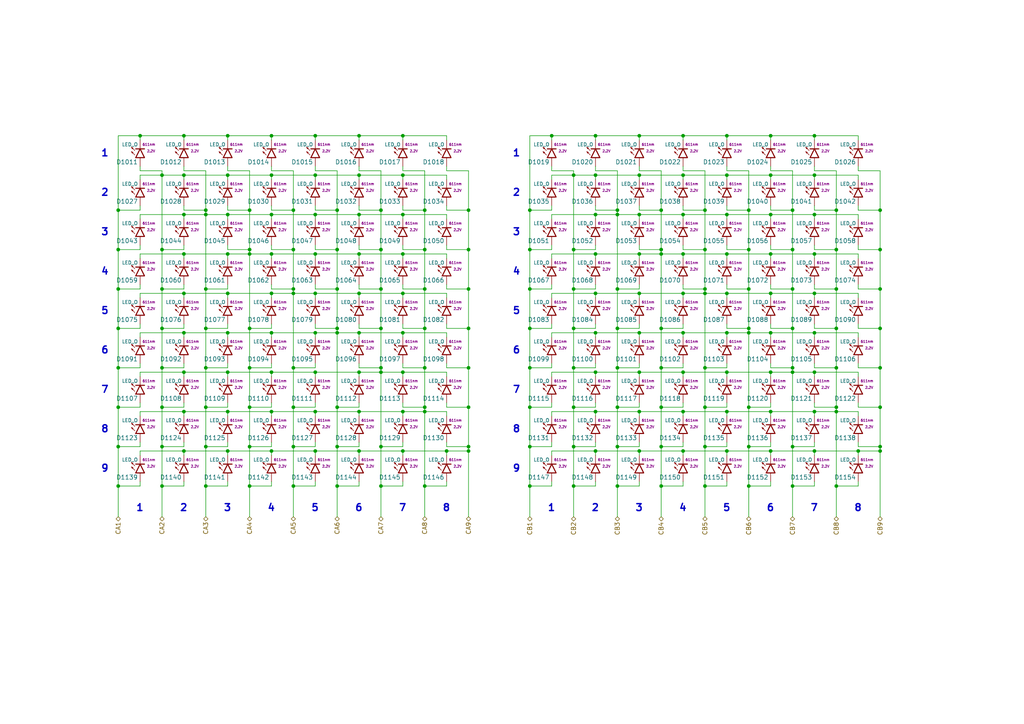
<source format=kicad_sch>
(kicad_sch (version 20211123) (generator eeschema)
  (paper "A4")
  (junction (at 185.42 39.37))
  (junction (at 46.99 129.54))
  (junction (at 210.82 107.95))
  (junction (at 255.27 83.82))
  (junction (at 123.19 140.97))
  (junction (at 198.12 96.52))
  (junction (at 172.72 96.52))
  (junction (at 229.87 140.97))
  (junction (at 191.77 106.68))
  (junction (at 104.14 85.09))
  (junction (at 191.77 73.66))
  (junction (at 198.12 85.09))
  (junction (at 185.42 107.95))
  (junction (at 172.72 50.8))
  (junction (at 236.22 130.81))
  (junction (at 59.69 83.82))
  (junction (at 198.12 130.81))
  (junction (at 153.67 129.54))
  (junction (at 104.14 119.38))
  (junction (at 66.04 50.8))
  (junction (at 166.37 95.25))
  (junction (at 223.52 107.95))
  (junction (at 179.07 129.54))
  (junction (at 135.89 130.81))
  (junction (at 46.99 50.8))
  (junction (at 97.79 140.97))
  (junction (at 53.34 62.23))
  (junction (at 223.52 62.23))
  (junction (at 236.22 73.66))
  (junction (at 166.37 83.82))
  (junction (at 172.72 62.23))
  (junction (at 46.99 106.68))
  (junction (at 242.57 140.97))
  (junction (at 78.74 85.09))
  (junction (at 46.99 95.25))
  (junction (at 46.99 118.11))
  (junction (at 210.82 119.38))
  (junction (at 91.44 130.81))
  (junction (at 66.04 107.95))
  (junction (at 110.49 106.68))
  (junction (at 116.84 50.8))
  (junction (at 78.74 119.38))
  (junction (at 255.27 129.54))
  (junction (at 53.34 39.37))
  (junction (at 242.57 83.82))
  (junction (at 236.22 107.95))
  (junction (at 34.29 118.11))
  (junction (at 72.39 95.25))
  (junction (at 191.77 140.97))
  (junction (at 172.72 85.09))
  (junction (at 242.57 95.25))
  (junction (at 166.37 106.68))
  (junction (at 160.02 39.37))
  (junction (at 242.57 72.39))
  (junction (at 210.82 50.8))
  (junction (at 185.42 130.81))
  (junction (at 123.19 72.39))
  (junction (at 116.84 130.81))
  (junction (at 236.22 39.37))
  (junction (at 242.57 118.11))
  (junction (at 198.12 119.38))
  (junction (at 223.52 85.09))
  (junction (at 78.74 39.37))
  (junction (at 153.67 95.25))
  (junction (at 104.14 73.66))
  (junction (at 123.19 95.25))
  (junction (at 179.07 83.82))
  (junction (at 204.47 140.97))
  (junction (at 185.42 62.23))
  (junction (at 78.74 130.81))
  (junction (at 40.64 39.37))
  (junction (at 236.22 85.09))
  (junction (at 255.27 60.96))
  (junction (at 255.27 72.39))
  (junction (at 97.79 95.25))
  (junction (at 242.57 119.38))
  (junction (at 116.84 85.09))
  (junction (at 116.84 73.66))
  (junction (at 229.87 129.54))
  (junction (at 229.87 60.96))
  (junction (at 34.29 95.25))
  (junction (at 185.42 119.38))
  (junction (at 204.47 129.54))
  (junction (at 153.67 140.97))
  (junction (at 129.54 130.81))
  (junction (at 72.39 129.54))
  (junction (at 72.39 106.68))
  (junction (at 236.22 96.52))
  (junction (at 204.47 83.82))
  (junction (at 72.39 72.39))
  (junction (at 116.84 39.37))
  (junction (at 204.47 106.68))
  (junction (at 172.72 119.38))
  (junction (at 217.17 96.52))
  (junction (at 255.27 130.81))
  (junction (at 72.39 140.97))
  (junction (at 223.52 130.81))
  (junction (at 34.29 60.96))
  (junction (at 110.49 83.82))
  (junction (at 255.27 95.25))
  (junction (at 78.74 107.95))
  (junction (at 229.87 72.39))
  (junction (at 217.17 140.97))
  (junction (at 46.99 72.39))
  (junction (at 116.84 119.38))
  (junction (at 135.89 60.96))
  (junction (at 110.49 107.95))
  (junction (at 110.49 72.39))
  (junction (at 204.47 72.39))
  (junction (at 191.77 60.96))
  (junction (at 34.29 106.68))
  (junction (at 53.34 73.66))
  (junction (at 191.77 118.11))
  (junction (at 135.89 83.82))
  (junction (at 66.04 73.66))
  (junction (at 104.14 50.8))
  (junction (at 191.77 72.39))
  (junction (at 34.29 140.97))
  (junction (at 210.82 73.66))
  (junction (at 179.07 60.96))
  (junction (at 110.49 129.54))
  (junction (at 179.07 140.97))
  (junction (at 223.52 96.52))
  (junction (at 166.37 140.97))
  (junction (at 34.29 72.39))
  (junction (at 172.72 39.37))
  (junction (at 97.79 129.54))
  (junction (at 46.99 83.82))
  (junction (at 78.74 50.8))
  (junction (at 85.09 72.39))
  (junction (at 135.89 72.39))
  (junction (at 179.07 106.68))
  (junction (at 85.09 83.82))
  (junction (at 255.27 106.68))
  (junction (at 34.29 83.82))
  (junction (at 116.84 107.95))
  (junction (at 97.79 118.11))
  (junction (at 135.89 129.54))
  (junction (at 97.79 60.96))
  (junction (at 198.12 107.95))
  (junction (at 66.04 85.09))
  (junction (at 198.12 73.66))
  (junction (at 223.52 119.38))
  (junction (at 191.77 129.54))
  (junction (at 210.82 39.37))
  (junction (at 104.14 62.23))
  (junction (at 123.19 83.82))
  (junction (at 223.52 50.8))
  (junction (at 110.49 60.96))
  (junction (at 185.42 96.52))
  (junction (at 123.19 60.96))
  (junction (at 236.22 62.23))
  (junction (at 110.49 95.25))
  (junction (at 85.09 129.54))
  (junction (at 153.67 118.11))
  (junction (at 123.19 118.11))
  (junction (at 97.79 96.52))
  (junction (at 217.17 72.39))
  (junction (at 210.82 62.23))
  (junction (at 198.12 62.23))
  (junction (at 236.22 119.38))
  (junction (at 53.34 107.95))
  (junction (at 153.67 83.82))
  (junction (at 198.12 50.8))
  (junction (at 85.09 140.97))
  (junction (at 72.39 73.66))
  (junction (at 166.37 129.54))
  (junction (at 255.27 118.11))
  (junction (at 185.42 73.66))
  (junction (at 179.07 62.23))
  (junction (at 210.82 96.52))
  (junction (at 166.37 50.8))
  (junction (at 85.09 60.96))
  (junction (at 191.77 95.25))
  (junction (at 242.57 60.96))
  (junction (at 78.74 62.23))
  (junction (at 104.14 39.37))
  (junction (at 166.37 72.39))
  (junction (at 179.07 95.25))
  (junction (at 59.69 129.54))
  (junction (at 153.67 106.68))
  (junction (at 172.72 107.95))
  (junction (at 229.87 95.25))
  (junction (at 229.87 107.95))
  (junction (at 217.17 95.25))
  (junction (at 223.52 73.66))
  (junction (at 72.39 60.96))
  (junction (at 53.34 96.52))
  (junction (at 66.04 62.23))
  (junction (at 204.47 60.96))
  (junction (at 204.47 118.11))
  (junction (at 229.87 83.82))
  (junction (at 59.69 118.11))
  (junction (at 217.17 60.96))
  (junction (at 172.72 73.66))
  (junction (at 78.74 73.66))
  (junction (at 110.49 140.97))
  (junction (at 179.07 118.11))
  (junction (at 59.69 60.96))
  (junction (at 172.72 130.81))
  (junction (at 153.67 60.96))
  (junction (at 185.42 85.09))
  (junction (at 53.34 85.09))
  (junction (at 59.69 62.23))
  (junction (at 135.89 95.25))
  (junction (at 59.69 95.25))
  (junction (at 223.52 39.37))
  (junction (at 53.34 130.81))
  (junction (at 91.44 50.8))
  (junction (at 59.69 140.97))
  (junction (at 104.14 130.81))
  (junction (at 91.44 39.37))
  (junction (at 104.14 96.52))
  (junction (at 198.12 39.37))
  (junction (at 91.44 119.38))
  (junction (at 91.44 85.09))
  (junction (at 236.22 50.8))
  (junction (at 242.57 106.68))
  (junction (at 217.17 83.82))
  (junction (at 85.09 106.68))
  (junction (at 135.89 118.11))
  (junction (at 53.34 119.38))
  (junction (at 46.99 140.97))
  (junction (at 66.04 119.38))
  (junction (at 229.87 106.68))
  (junction (at 210.82 85.09))
  (junction (at 210.82 130.81))
  (junction (at 59.69 106.68))
  (junction (at 104.14 107.95))
  (junction (at 248.92 130.81))
  (junction (at 123.19 119.38))
  (junction (at 78.74 96.52))
  (junction (at 204.47 85.09))
  (junction (at 66.04 130.81))
  (junction (at 116.84 96.52))
  (junction (at 34.29 129.54))
  (junction (at 116.84 62.23))
  (junction (at 85.09 85.09))
  (junction (at 153.67 72.39))
  (junction (at 85.09 118.11))
  (junction (at 217.17 129.54))
  (junction (at 66.04 39.37))
  (junction (at 53.34 50.8))
  (junction (at 91.44 107.95))
  (junction (at 66.04 96.52))
  (junction (at 72.39 118.11))
  (junction (at 97.79 83.82))
  (junction (at 217.17 118.11))
  (junction (at 91.44 62.23))
  (junction (at 97.79 72.39))
  (junction (at 185.42 50.8))
  (junction (at 135.89 106.68))
  (junction (at 91.44 73.66))
  (junction (at 123.19 106.68))
  (junction (at 91.44 96.52))
  (junction (at 166.37 118.11))
  (wire (pts (xy 248.92 50.8) (xy 248.92 52.07)))
  (wire (pts (xy 248.92 83.82) (xy 255.27 83.82)))
  (wire (pts (xy 110.49 95.25) (xy 110.49 106.68)))
  (wire (pts (xy 160.02 85.09) (xy 172.72 85.09)))
  (wire (pts (xy 153.67 72.39) (xy 153.67 83.82)))
  (wire (pts (xy 97.79 96.52) (xy 97.79 118.11)))
  (wire (pts (xy 255.27 60.96) (xy 255.27 72.39)))
  (wire (pts (xy 210.82 107.95) (xy 223.52 107.95)))
  (wire (pts (xy 236.22 49.53) (xy 242.57 49.53)))
  (wire (pts (xy 217.17 140.97) (xy 217.17 149.86)))
  (wire (pts (xy 236.22 107.95) (xy 236.22 109.22)))
  (wire (pts (xy 40.64 107.95) (xy 53.34 107.95)))
  (wire (pts (xy 166.37 140.97) (xy 166.37 149.86)))
  (wire (pts (xy 116.84 62.23) (xy 116.84 63.5)))
  (wire (pts (xy 59.69 140.97) (xy 59.69 149.86)))
  (wire (pts (xy 66.04 49.53) (xy 72.39 49.53)))
  (wire (pts (xy 78.74 130.81) (xy 78.74 132.08)))
  (wire (pts (xy 104.14 39.37) (xy 116.84 39.37)))
  (wire (pts (xy 160.02 73.66) (xy 172.72 73.66)))
  (wire (pts (xy 110.49 106.68) (xy 110.49 107.95)))
  (wire (pts (xy 204.47 106.68) (xy 210.82 106.68)))
  (wire (pts (xy 229.87 95.25) (xy 229.87 106.68)))
  (wire (pts (xy 166.37 83.82) (xy 172.72 83.82)))
  (wire (pts (xy 85.09 140.97) (xy 91.44 140.97)))
  (wire (pts (xy 53.34 107.95) (xy 66.04 107.95)))
  (wire (pts (xy 66.04 119.38) (xy 78.74 119.38)))
  (wire (pts (xy 248.92 130.81) (xy 248.92 132.08)))
  (wire (pts (xy 53.34 129.54) (xy 53.34 128.27)))
  (wire (pts (xy 229.87 140.97) (xy 229.87 149.86)))
  (wire (pts (xy 72.39 106.68) (xy 72.39 118.11)))
  (wire (pts (xy 179.07 60.96) (xy 172.72 60.96)))
  (wire (pts (xy 66.04 119.38) (xy 66.04 120.65)))
  (wire (pts (xy 210.82 119.38) (xy 223.52 119.38)))
  (wire (pts (xy 236.22 119.38) (xy 242.57 119.38)))
  (wire (pts (xy 198.12 73.66) (xy 198.12 74.93)))
  (wire (pts (xy 116.84 119.38) (xy 123.19 119.38)))
  (wire (pts (xy 129.54 39.37) (xy 129.54 40.64)))
  (wire (pts (xy 255.27 83.82) (xy 255.27 95.25)))
  (wire (pts (xy 204.47 106.68) (xy 204.47 118.11)))
  (wire (pts (xy 116.84 93.98) (xy 116.84 95.25)))
  (wire (pts (xy 217.17 118.11) (xy 223.52 118.11)))
  (wire (pts (xy 204.47 140.97) (xy 204.47 149.86)))
  (wire (pts (xy 104.14 50.8) (xy 116.84 50.8)))
  (wire (pts (xy 217.17 49.53) (xy 217.17 60.96)))
  (wire (pts (xy 66.04 85.09) (xy 66.04 86.36)))
  (wire (pts (xy 242.57 72.39) (xy 242.57 83.82)))
  (wire (pts (xy 172.72 130.81) (xy 185.42 130.81)))
  (wire (pts (xy 210.82 39.37) (xy 223.52 39.37)))
  (wire (pts (xy 217.17 129.54) (xy 223.52 129.54)))
  (wire (pts (xy 66.04 130.81) (xy 66.04 132.08)))
  (wire (pts (xy 185.42 85.09) (xy 198.12 85.09)))
  (wire (pts (xy 53.34 50.8) (xy 66.04 50.8)))
  (wire (pts (xy 91.44 119.38) (xy 91.44 120.65)))
  (wire (pts (xy 85.09 118.11) (xy 91.44 118.11)))
  (wire (pts (xy 34.29 83.82) (xy 40.64 83.82)))
  (wire (pts (xy 172.72 85.09) (xy 185.42 85.09)))
  (wire (pts (xy 217.17 72.39) (xy 217.17 83.82)))
  (wire (pts (xy 116.84 107.95) (xy 116.84 109.22)))
  (wire (pts (xy 135.89 118.11) (xy 135.89 129.54)))
  (wire (pts (xy 116.84 140.97) (xy 116.84 139.7)))
  (wire (pts (xy 53.34 50.8) (xy 53.34 52.07)))
  (wire (pts (xy 198.12 50.8) (xy 210.82 50.8)))
  (wire (pts (xy 223.52 129.54) (xy 223.52 128.27)))
  (wire (pts (xy 185.42 62.23) (xy 185.42 63.5)))
  (wire (pts (xy 210.82 130.81) (xy 223.52 130.81)))
  (wire (pts (xy 78.74 83.82) (xy 85.09 83.82)))
  (wire (pts (xy 210.82 71.12) (xy 210.82 72.39)))
  (wire (pts (xy 223.52 96.52) (xy 223.52 97.79)))
  (wire (pts (xy 236.22 116.84) (xy 236.22 118.11)))
  (wire (pts (xy 85.09 72.39) (xy 85.09 83.82)))
  (wire (pts (xy 229.87 107.95) (xy 229.87 129.54)))
  (wire (pts (xy 78.74 107.95) (xy 91.44 107.95)))
  (wire (pts (xy 160.02 52.07) (xy 160.02 50.8)))
  (wire (pts (xy 248.92 39.37) (xy 248.92 40.64)))
  (wire (pts (xy 129.54 85.09) (xy 129.54 86.36)))
  (wire (pts (xy 85.09 85.09) (xy 85.09 106.68)))
  (wire (pts (xy 91.44 73.66) (xy 104.14 73.66)))
  (wire (pts (xy 78.74 85.09) (xy 85.09 85.09)))
  (wire (pts (xy 160.02 107.95) (xy 172.72 107.95)))
  (wire (pts (xy 40.64 132.08) (xy 40.64 130.81)))
  (wire (pts (xy 40.64 95.25) (xy 40.64 93.98)))
  (wire (pts (xy 97.79 49.53) (xy 97.79 60.96)))
  (wire (pts (xy 78.74 60.96) (xy 85.09 60.96)))
  (wire (pts (xy 104.14 85.09) (xy 116.84 85.09)))
  (wire (pts (xy 116.84 118.11) (xy 123.19 118.11)))
  (wire (pts (xy 91.44 72.39) (xy 97.79 72.39)))
  (wire (pts (xy 78.74 119.38) (xy 78.74 120.65)))
  (wire (pts (xy 248.92 106.68) (xy 255.27 106.68)))
  (wire (pts (xy 160.02 62.23) (xy 172.72 62.23)))
  (wire (pts (xy 172.72 140.97) (xy 172.72 139.7)))
  (wire (pts (xy 210.82 107.95) (xy 210.82 109.22)))
  (wire (pts (xy 40.64 48.26) (xy 40.64 49.53)))
  (wire (pts (xy 236.22 85.09) (xy 248.92 85.09)))
  (wire (pts (xy 104.14 107.95) (xy 104.14 109.22)))
  (wire (pts (xy 129.54 129.54) (xy 135.89 129.54)))
  (wire (pts (xy 59.69 60.96) (xy 59.69 62.23)))
  (wire (pts (xy 153.67 129.54) (xy 153.67 140.97)))
  (wire (pts (xy 179.07 83.82) (xy 179.07 95.25)))
  (wire (pts (xy 248.92 119.38) (xy 248.92 120.65)))
  (wire (pts (xy 210.82 96.52) (xy 210.82 97.79)))
  (wire (pts (xy 248.92 71.12) (xy 248.92 72.39)))
  (wire (pts (xy 104.14 39.37) (xy 104.14 40.64)))
  (wire (pts (xy 191.77 118.11) (xy 191.77 129.54)))
  (wire (pts (xy 116.84 95.25) (xy 123.19 95.25)))
  (wire (pts (xy 223.52 60.96) (xy 229.87 60.96)))
  (wire (pts (xy 236.22 48.26) (xy 236.22 49.53)))
  (wire (pts (xy 236.22 39.37) (xy 248.92 39.37)))
  (wire (pts (xy 160.02 109.22) (xy 160.02 107.95)))
  (wire (pts (xy 198.12 107.95) (xy 198.12 109.22)))
  (wire (pts (xy 85.09 140.97) (xy 85.09 149.86)))
  (wire (pts (xy 46.99 106.68) (xy 46.99 118.11)))
  (wire (pts (xy 185.42 39.37) (xy 185.42 40.64)))
  (wire (pts (xy 179.07 95.25) (xy 185.42 95.25)))
  (wire (pts (xy 66.04 62.23) (xy 78.74 62.23)))
  (wire (pts (xy 53.34 119.38) (xy 53.34 120.65)))
  (wire (pts (xy 78.74 129.54) (xy 78.74 128.27)))
  (wire (pts (xy 179.07 106.68) (xy 185.42 106.68)))
  (wire (pts (xy 172.72 62.23) (xy 179.07 62.23)))
  (wire (pts (xy 198.12 118.11) (xy 198.12 116.84)))
  (wire (pts (xy 210.82 39.37) (xy 210.82 40.64)))
  (wire (pts (xy 210.82 60.96) (xy 217.17 60.96)))
  (wire (pts (xy 236.22 83.82) (xy 242.57 83.82)))
  (wire (pts (xy 166.37 118.11) (xy 172.72 118.11)))
  (wire (pts (xy 229.87 106.68) (xy 229.87 107.95)))
  (wire (pts (xy 91.44 73.66) (xy 91.44 74.93)))
  (wire (pts (xy 40.64 39.37) (xy 53.34 39.37)))
  (wire (pts (xy 153.67 39.37) (xy 160.02 39.37)))
  (wire (pts (xy 236.22 62.23) (xy 236.22 63.5)))
  (wire (pts (xy 236.22 96.52) (xy 248.92 96.52)))
  (wire (pts (xy 78.74 62.23) (xy 91.44 62.23)))
  (wire (pts (xy 110.49 129.54) (xy 110.49 140.97)))
  (wire (pts (xy 223.52 107.95) (xy 223.52 109.22)))
  (wire (pts (xy 59.69 118.11) (xy 66.04 118.11)))
  (wire (pts (xy 255.27 130.81) (xy 248.92 130.81)))
  (wire (pts (xy 185.42 73.66) (xy 191.77 73.66)))
  (wire (pts (xy 104.14 140.97) (xy 104.14 139.7)))
  (wire (pts (xy 40.64 140.97) (xy 40.64 139.7)))
  (wire (pts (xy 198.12 62.23) (xy 198.12 63.5)))
  (wire (pts (xy 166.37 95.25) (xy 166.37 106.68)))
  (wire (pts (xy 248.92 82.55) (xy 248.92 83.82)))
  (wire (pts (xy 59.69 95.25) (xy 59.69 106.68)))
  (wire (pts (xy 172.72 96.52) (xy 185.42 96.52)))
  (wire (pts (xy 53.34 49.53) (xy 59.69 49.53)))
  (wire (pts (xy 78.74 50.8) (xy 78.74 52.07)))
  (wire (pts (xy 223.52 85.09) (xy 236.22 85.09)))
  (wire (pts (xy 59.69 83.82) (xy 59.69 95.25)))
  (wire (pts (xy 72.39 95.25) (xy 78.74 95.25)))
  (wire (pts (xy 72.39 140.97) (xy 72.39 149.86)))
  (wire (pts (xy 153.67 95.25) (xy 153.67 106.68)))
  (wire (pts (xy 248.92 140.97) (xy 248.92 139.7)))
  (wire (pts (xy 78.74 48.26) (xy 78.74 49.53)))
  (wire (pts (xy 34.29 106.68) (xy 34.29 118.11)))
  (wire (pts (xy 160.02 83.82) (xy 160.02 82.55)))
  (wire (pts (xy 91.44 107.95) (xy 104.14 107.95)))
  (wire (pts (xy 191.77 129.54) (xy 198.12 129.54)))
  (wire (pts (xy 129.54 60.96) (xy 135.89 60.96)))
  (wire (pts (xy 166.37 106.68) (xy 172.72 106.68)))
  (wire (pts (xy 104.14 107.95) (xy 110.49 107.95)))
  (wire (pts (xy 210.82 85.09) (xy 210.82 86.36)))
  (wire (pts (xy 236.22 95.25) (xy 242.57 95.25)))
  (wire (pts (xy 217.17 140.97) (xy 223.52 140.97)))
  (wire (pts (xy 198.12 96.52) (xy 198.12 97.79)))
  (wire (pts (xy 135.89 49.53) (xy 135.89 60.96)))
  (wire (pts (xy 104.14 105.41) (xy 104.14 106.68)))
  (wire (pts (xy 104.14 96.52) (xy 104.14 97.79)))
  (wire (pts (xy 172.72 59.69) (xy 172.72 60.96)))
  (wire (pts (xy 236.22 129.54) (xy 236.22 128.27)))
  (wire (pts (xy 242.57 140.97) (xy 248.92 140.97)))
  (wire (pts (xy 97.79 129.54) (xy 104.14 129.54)))
  (wire (pts (xy 66.04 62.23) (xy 66.04 63.5)))
  (wire (pts (xy 53.34 107.95) (xy 53.34 109.22)))
  (wire (pts (xy 229.87 72.39) (xy 229.87 83.82)))
  (wire (pts (xy 66.04 118.11) (xy 66.04 116.84)))
  (wire (pts (xy 53.34 95.25) (xy 53.34 93.98)))
  (wire (pts (xy 185.42 96.52) (xy 185.42 97.79)))
  (wire (pts (xy 85.09 129.54) (xy 91.44 129.54)))
  (wire (pts (xy 78.74 106.68) (xy 78.74 105.41)))
  (wire (pts (xy 116.84 60.96) (xy 123.19 60.96)))
  (wire (pts (xy 46.99 95.25) (xy 53.34 95.25)))
  (wire (pts (xy 217.17 60.96) (xy 217.17 72.39)))
  (wire (pts (xy 72.39 73.66) (xy 78.74 73.66)))
  (wire (pts (xy 91.44 50.8) (xy 104.14 50.8)))
  (wire (pts (xy 46.99 140.97) (xy 53.34 140.97)))
  (wire (pts (xy 129.54 72.39) (xy 135.89 72.39)))
  (wire (pts (xy 248.92 48.26) (xy 248.92 49.53)))
  (wire (pts (xy 223.52 130.81) (xy 236.22 130.81)))
  (wire (pts (xy 34.29 83.82) (xy 34.29 95.25)))
  (wire (pts (xy 53.34 62.23) (xy 53.34 63.5)))
  (wire (pts (xy 236.22 72.39) (xy 242.57 72.39)))
  (wire (pts (xy 248.92 59.69) (xy 248.92 60.96)))
  (wire (pts (xy 135.89 60.96) (xy 135.89 72.39)))
  (wire (pts (xy 210.82 95.25) (xy 210.82 93.98)))
  (wire (pts (xy 236.22 71.12) (xy 236.22 72.39)))
  (wire (pts (xy 217.17 95.25) (xy 217.17 96.52)))
  (wire (pts (xy 91.44 85.09) (xy 91.44 86.36)))
  (wire (pts (xy 91.44 95.25) (xy 91.44 93.98)))
  (wire (pts (xy 198.12 82.55) (xy 198.12 83.82)))
  (wire (pts (xy 242.57 83.82) (xy 242.57 95.25)))
  (wire (pts (xy 185.42 50.8) (xy 198.12 50.8)))
  (wire (pts (xy 223.52 119.38) (xy 223.52 120.65)))
  (wire (pts (xy 223.52 107.95) (xy 229.87 107.95)))
  (wire (pts (xy 255.27 118.11) (xy 255.27 129.54)))
  (wire (pts (xy 160.02 39.37) (xy 172.72 39.37)))
  (wire (pts (xy 40.64 40.64) (xy 40.64 39.37)))
  (wire (pts (xy 172.72 39.37) (xy 172.72 40.64)))
  (wire (pts (xy 104.14 83.82) (xy 110.49 83.82)))
  (wire (pts (xy 236.22 96.52) (xy 236.22 97.79)))
  (wire (pts (xy 123.19 119.38) (xy 123.19 140.97)))
  (wire (pts (xy 78.74 39.37) (xy 91.44 39.37)))
  (wire (pts (xy 248.92 95.25) (xy 255.27 95.25)))
  (wire (pts (xy 210.82 118.11) (xy 210.82 116.84)))
  (wire (pts (xy 185.42 62.23) (xy 198.12 62.23)))
  (wire (pts (xy 104.14 62.23) (xy 104.14 63.5)))
  (wire (pts (xy 185.42 50.8) (xy 185.42 52.07)))
  (wire (pts (xy 242.57 140.97) (xy 242.57 149.86)))
  (wire (pts (xy 116.84 119.38) (xy 116.84 120.65)))
  (wire (pts (xy 116.84 130.81) (xy 116.84 132.08)))
  (wire (pts (xy 59.69 106.68) (xy 59.69 118.11)))
  (wire (pts (xy 179.07 140.97) (xy 179.07 149.86)))
  (wire (pts (xy 123.19 140.97) (xy 123.19 149.86)))
  (wire (pts (xy 85.09 85.09) (xy 91.44 85.09)))
  (wire (pts (xy 185.42 129.54) (xy 185.42 128.27)))
  (wire (pts (xy 210.82 49.53) (xy 217.17 49.53)))
  (wire (pts (xy 255.27 72.39) (xy 255.27 83.82)))
  (wire (pts (xy 40.64 72.39) (xy 40.64 71.12)))
  (wire (pts (xy 248.92 116.84) (xy 248.92 118.11)))
  (wire (pts (xy 204.47 129.54) (xy 204.47 140.97)))
  (wire (pts (xy 123.19 60.96) (xy 123.19 72.39)))
  (wire (pts (xy 248.92 118.11) (xy 255.27 118.11)))
  (wire (pts (xy 104.14 71.12) (xy 104.14 72.39)))
  (wire (pts (xy 53.34 106.68) (xy 53.34 105.41)))
  (wire (pts (xy 185.42 96.52) (xy 198.12 96.52)))
  (wire (pts (xy 172.72 49.53) (xy 179.07 49.53)))
  (wire (pts (xy 179.07 62.23) (xy 179.07 83.82)))
  (wire (pts (xy 40.64 120.65) (xy 40.64 119.38)))
  (wire (pts (xy 236.22 73.66) (xy 248.92 73.66)))
  (wire (pts (xy 210.82 48.26) (xy 210.82 49.53)))
  (wire (pts (xy 110.49 72.39) (xy 110.49 83.82)))
  (wire (pts (xy 223.52 50.8) (xy 236.22 50.8)))
  (wire (pts (xy 129.54 107.95) (xy 129.54 109.22)))
  (wire (pts (xy 198.12 39.37) (xy 210.82 39.37)))
  (wire (pts (xy 116.84 72.39) (xy 123.19 72.39)))
  (wire (pts (xy 59.69 83.82) (xy 66.04 83.82)))
  (wire (pts (xy 97.79 72.39) (xy 97.79 83.82)))
  (wire (pts (xy 185.42 106.68) (xy 185.42 105.41)))
  (wire (pts (xy 185.42 130.81) (xy 198.12 130.81)))
  (wire (pts (xy 191.77 73.66) (xy 191.77 95.25)))
  (wire (pts (xy 210.82 96.52) (xy 217.17 96.52)))
  (wire (pts (xy 172.72 96.52) (xy 172.72 97.79)))
  (wire (pts (xy 104.14 49.53) (xy 110.49 49.53)))
  (wire (pts (xy 91.44 83.82) (xy 97.79 83.82)))
  (wire (pts (xy 91.44 106.68) (xy 91.44 105.41)))
  (wire (pts (xy 59.69 62.23) (xy 66.04 62.23)))
  (wire (pts (xy 166.37 83.82) (xy 166.37 95.25)))
  (wire (pts (xy 129.54 118.11) (xy 135.89 118.11)))
  (wire (pts (xy 223.52 119.38) (xy 236.22 119.38)))
  (wire (pts (xy 97.79 83.82) (xy 97.79 95.25)))
  (wire (pts (xy 40.64 62.23) (xy 53.34 62.23)))
  (wire (pts (xy 66.04 107.95) (xy 78.74 107.95)))
  (wire (pts (xy 153.67 118.11) (xy 160.02 118.11)))
  (wire (pts (xy 34.29 60.96) (xy 34.29 72.39)))
  (wire (pts (xy 160.02 96.52) (xy 172.72 96.52)))
  (wire (pts (xy 53.34 118.11) (xy 53.34 116.84)))
  (wire (pts (xy 198.12 85.09) (xy 198.12 86.36)))
  (wire (pts (xy 46.99 118.11) (xy 46.99 129.54)))
  (wire (pts (xy 210.82 85.09) (xy 223.52 85.09)))
  (wire (pts (xy 185.42 72.39) (xy 191.77 72.39)))
  (wire (pts (xy 34.29 72.39) (xy 34.29 83.82)))
  (wire (pts (xy 116.84 96.52) (xy 129.54 96.52)))
  (wire (pts (xy 59.69 140.97) (xy 66.04 140.97)))
  (wire (pts (xy 223.52 95.25) (xy 229.87 95.25)))
  (wire (pts (xy 223.52 85.09) (xy 223.52 86.36)))
  (wire (pts (xy 40.64 74.93) (xy 40.64 73.66)))
  (wire (pts (xy 91.44 130.81) (xy 91.44 132.08)))
  (wire (pts (xy 223.52 49.53) (xy 229.87 49.53)))
  (wire (pts (xy 78.74 96.52) (xy 91.44 96.52)))
  (wire (pts (xy 229.87 107.95) (xy 236.22 107.95)))
  (wire (pts (xy 66.04 72.39) (xy 72.39 72.39)))
  (wire (pts (xy 236.22 50.8) (xy 236.22 52.07)))
  (wire (pts (xy 223.52 39.37) (xy 223.52 40.64)))
  (wire (pts (xy 160.02 120.65) (xy 160.02 119.38)))
  (wire (pts (xy 78.74 73.66) (xy 91.44 73.66)))
  (wire (pts (xy 166.37 106.68) (xy 166.37 118.11)))
  (wire (pts (xy 116.84 73.66) (xy 129.54 73.66)))
  (wire (pts (xy 91.44 62.23) (xy 91.44 63.5)))
  (wire (pts (xy 223.52 83.82) (xy 229.87 83.82)))
  (wire (pts (xy 223.52 130.81) (xy 223.52 132.08)))
  (wire (pts (xy 223.52 50.8) (xy 223.52 52.07)))
  (wire (pts (xy 97.79 140.97) (xy 97.79 149.86)))
  (wire (pts (xy 135.89 129.54) (xy 135.89 130.81)))
  (wire (pts (xy 223.52 73.66) (xy 236.22 73.66)))
  (wire (pts (xy 53.34 85.09) (xy 53.34 86.36)))
  (wire (pts (xy 179.07 83.82) (xy 185.42 83.82)))
  (wire (pts (xy 160.02 129.54) (xy 160.02 128.27)))
  (wire (pts (xy 198.12 83.82) (xy 204.47 83.82)))
  (wire (pts (xy 191.77 72.39) (xy 191.77 73.66)))
  (wire (pts (xy 85.09 49.53) (xy 85.09 60.96)))
  (wire (pts (xy 91.44 71.12) (xy 91.44 72.39)))
  (wire (pts (xy 40.64 129.54) (xy 40.64 128.27)))
  (wire (pts (xy 72.39 73.66) (xy 72.39 95.25)))
  (wire (pts (xy 172.72 130.81) (xy 172.72 132.08)))
  (wire (pts (xy 135.89 130.81) (xy 129.54 130.81)))
  (wire (pts (xy 104.14 130.81) (xy 104.14 132.08)))
  (wire (pts (xy 179.07 95.25) (xy 179.07 106.68)))
  (wire (pts (xy 223.52 118.11) (xy 223.52 116.84)))
  (wire (pts (xy 129.54 49.53) (xy 135.89 49.53)))
  (wire (pts (xy 223.52 72.39) (xy 229.87 72.39)))
  (wire (pts (xy 66.04 48.26) (xy 66.04 49.53)))
  (wire (pts (xy 116.84 106.68) (xy 123.19 106.68)))
  (wire (pts (xy 91.44 50.8) (xy 91.44 52.07)))
  (wire (pts (xy 185.42 73.66) (xy 185.42 74.93)))
  (wire (pts (xy 53.34 48.26) (xy 53.34 49.53)))
  (wire (pts (xy 34.29 95.25) (xy 40.64 95.25)))
  (wire (pts (xy 153.67 106.68) (xy 160.02 106.68)))
  (wire (pts (xy 172.72 119.38) (xy 172.72 120.65)))
  (wire (pts (xy 229.87 129.54) (xy 236.22 129.54)))
  (wire (pts (xy 97.79 118.11) (xy 104.14 118.11)))
  (wire (pts (xy 129.54 48.26) (xy 129.54 49.53)))
  (wire (pts (xy 153.67 39.37) (xy 153.67 60.96)))
  (wire (pts (xy 104.14 48.26) (xy 104.14 49.53)))
  (wire (pts (xy 78.74 96.52) (xy 78.74 97.79)))
  (wire (pts (xy 78.74 85.09) (xy 78.74 86.36)))
  (wire (pts (xy 166.37 95.25) (xy 172.72 95.25)))
  (wire (pts (xy 236.22 93.98) (xy 236.22 95.25)))
  (wire (pts (xy 172.72 95.25) (xy 172.72 93.98)))
  (wire (pts (xy 104.14 73.66) (xy 104.14 74.93)))
  (wire (pts (xy 210.82 140.97) (xy 210.82 139.7)))
  (wire (pts (xy 116.84 62.23) (xy 129.54 62.23)))
  (wire (pts (xy 229.87 60.96) (xy 229.87 72.39)))
  (wire (pts (xy 72.39 72.39) (xy 72.39 60.96)))
  (wire (pts (xy 110.49 107.95) (xy 116.84 107.95)))
  (wire (pts (xy 248.92 128.27) (xy 248.92 129.54)))
  (wire (pts (xy 191.77 118.11) (xy 198.12 118.11)))
  (wire (pts (xy 34.29 129.54) (xy 40.64 129.54)))
  (wire (pts (xy 248.92 107.95) (xy 248.92 109.22)))
  (wire (pts (xy 204.47 72.39) (xy 204.47 83.82)))
  (wire (pts (xy 166.37 118.11) (xy 166.37 129.54)))
  (wire (pts (xy 53.34 96.52) (xy 53.34 97.79)))
  (wire (pts (xy 172.72 83.82) (xy 172.72 82.55)))
  (wire (pts (xy 179.07 49.53) (xy 179.07 60.96)))
  (wire (pts (xy 123.19 49.53) (xy 123.19 60.96)))
  (wire (pts (xy 166.37 72.39) (xy 172.72 72.39)))
  (wire (pts (xy 166.37 49.53) (xy 166.37 50.8)))
  (wire (pts (xy 217.17 129.54) (xy 217.17 140.97)))
  (wire (pts (xy 78.74 71.12) (xy 78.74 72.39)))
  (wire (pts (xy 66.04 106.68) (xy 66.04 105.41)))
  (wire (pts (xy 104.14 82.55) (xy 104.14 83.82)))
  (wire (pts (xy 66.04 85.09) (xy 78.74 85.09)))
  (wire (pts (xy 210.82 82.55) (xy 210.82 83.82)))
  (wire (pts (xy 91.44 129.54) (xy 91.44 128.27)))
  (wire (pts (xy 72.39 118.11) (xy 72.39 129.54)))
  (wire (pts (xy 116.84 129.54) (xy 116.84 128.27)))
  (wire (pts (xy 91.44 85.09) (xy 104.14 85.09)))
  (wire (pts (xy 185.42 71.12) (xy 185.42 72.39)))
  (wire (pts (xy 204.47 129.54) (xy 210.82 129.54)))
  (wire (pts (xy 59.69 129.54) (xy 59.69 140.97)))
  (wire (pts (xy 91.44 60.96) (xy 97.79 60.96)))
  (wire (pts (xy 97.79 140.97) (xy 104.14 140.97)))
  (wire (pts (xy 248.92 60.96) (xy 255.27 60.96)))
  (wire (pts (xy 59.69 49.53) (xy 59.69 60.96)))
  (wire (pts (xy 46.99 118.11) (xy 53.34 118.11)))
  (wire (pts (xy 72.39 140.97) (xy 78.74 140.97)))
  (wire (pts (xy 53.34 140.97) (xy 53.34 139.7)))
  (wire (pts (xy 135.89 72.39) (xy 135.89 83.82)))
  (wire (pts (xy 66.04 129.54) (xy 66.04 128.27)))
  (wire (pts (xy 172.72 107.95) (xy 185.42 107.95)))
  (wire (pts (xy 110.49 140.97) (xy 116.84 140.97)))
  (wire (pts (xy 236.22 60.96) (xy 242.57 60.96)))
  (wire (pts (xy 66.04 95.25) (xy 66.04 93.98)))
  (wire (pts (xy 191.77 95.25) (xy 191.77 106.68)))
  (wire (pts (xy 160.02 50.8) (xy 166.37 50.8)))
  (wire (pts (xy 116.84 82.55) (xy 116.84 83.82)))
  (wire (pts (xy 53.34 85.09) (xy 66.04 85.09)))
  (wire (pts (xy 160.02 60.96) (xy 160.02 59.69)))
  (wire (pts (xy 236.22 82.55) (xy 236.22 83.82)))
  (wire (pts (xy 185.42 83.82) (xy 185.42 82.55)))
  (wire (pts (xy 40.64 83.82) (xy 40.64 82.55)))
  (wire (pts (xy 34.29 129.54) (xy 34.29 140.97)))
  (wire (pts (xy 185.42 49.53) (xy 191.77 49.53)))
  (wire (pts (xy 160.02 72.39) (xy 160.02 71.12)))
  (wire (pts (xy 78.74 62.23) (xy 78.74 63.5)))
  (wire (pts (xy 66.04 39.37) (xy 78.74 39.37)))
  (wire (pts (xy 229.87 49.53) (xy 229.87 60.96)))
  (wire (pts (xy 172.72 107.95) (xy 172.72 109.22)))
  (wire (pts (xy 97.79 118.11) (xy 97.79 129.54)))
  (wire (pts (xy 210.82 73.66) (xy 210.82 74.93)))
  (wire (pts (xy 210.82 73.66) (xy 223.52 73.66)))
  (wire (pts (xy 116.84 116.84) (xy 116.84 118.11)))
  (wire (pts (xy 204.47 140.97) (xy 210.82 140.97)))
  (wire (pts (xy 204.47 60.96) (xy 204.47 72.39)))
  (wire (pts (xy 78.74 39.37) (xy 78.74 40.64)))
  (wire (pts (xy 179.07 118.11) (xy 185.42 118.11)))
  (wire (pts (xy 104.14 72.39) (xy 110.49 72.39)))
  (wire (pts (xy 91.44 140.97) (xy 91.44 139.7)))
  (wire (pts (xy 40.64 63.5) (xy 40.64 62.23)))
  (wire (pts (xy 78.74 107.95) (xy 78.74 109.22)))
  (wire (pts (xy 40.64 50.8) (xy 46.99 50.8)))
  (wire (pts (xy 40.64 119.38) (xy 53.34 119.38)))
  (wire (pts (xy 223.52 59.69) (xy 223.52 60.96)))
  (wire (pts (xy 179.07 118.11) (xy 179.07 129.54)))
  (wire (pts (xy 85.09 118.11) (xy 85.09 129.54)))
  (wire (pts (xy 198.12 129.54) (xy 198.12 128.27)))
  (wire (pts (xy 160.02 49.53) (xy 166.37 49.53)))
  (wire (pts (xy 104.14 96.52) (xy 116.84 96.52)))
  (wire (pts (xy 46.99 129.54) (xy 53.34 129.54)))
  (wire (pts (xy 185.42 119.38) (xy 198.12 119.38)))
  (wire (pts (xy 104.14 106.68) (xy 110.49 106.68)))
  (wire (pts (xy 53.34 130.81) (xy 66.04 130.81)))
  (wire (pts (xy 40.64 97.79) (xy 40.64 96.52)))
  (wire (pts (xy 179.07 60.96) (xy 179.07 62.23)))
  (wire (pts (xy 160.02 74.93) (xy 160.02 73.66)))
  (wire (pts (xy 116.84 83.82) (xy 123.19 83.82)))
  (wire (pts (xy 248.92 93.98) (xy 248.92 95.25)))
  (wire (pts (xy 78.74 118.11) (xy 78.74 116.84)))
  (wire (pts (xy 78.74 72.39) (xy 85.09 72.39)))
  (wire (pts (xy 236.22 73.66) (xy 236.22 74.93)))
  (wire (pts (xy 66.04 96.52) (xy 78.74 96.52)))
  (wire (pts (xy 135.89 106.68) (xy 135.89 118.11)))
  (wire (pts (xy 198.12 73.66) (xy 210.82 73.66)))
  (wire (pts (xy 160.02 48.26) (xy 160.02 49.53)))
  (wire (pts (xy 46.99 129.54) (xy 46.99 140.97)))
  (wire (pts (xy 78.74 50.8) (xy 91.44 50.8)))
  (wire (pts (xy 91.44 107.95) (xy 91.44 109.22)))
  (wire (pts (xy 53.34 96.52) (xy 66.04 96.52)))
  (wire (pts (xy 123.19 95.25) (xy 123.19 106.68)))
  (wire (pts (xy 129.54 50.8) (xy 129.54 52.07)))
  (wire (pts (xy 172.72 73.66) (xy 185.42 73.66)))
  (wire (pts (xy 34.29 140.97) (xy 34.29 149.86)))
  (wire (pts (xy 210.82 119.38) (xy 210.82 120.65)))
  (wire (pts (xy 153.67 83.82) (xy 160.02 83.82)))
  (wire (pts (xy 72.39 49.53) (xy 72.39 60.96)))
  (wire (pts (xy 129.54 82.55) (xy 129.54 83.82)))
  (wire (pts (xy 78.74 140.97) (xy 78.74 139.7)))
  (wire (pts (xy 66.04 39.37) (xy 66.04 40.64)))
  (wire (pts (xy 198.12 106.68) (xy 198.12 105.41)))
  (wire (pts (xy 172.72 48.26) (xy 172.72 49.53)))
  (wire (pts (xy 116.84 96.52) (xy 116.84 97.79)))
  (wire (pts (xy 160.02 118.11) (xy 160.02 116.84)))
  (wire (pts (xy 210.82 50.8) (xy 210.82 52.07)))
  (wire (pts (xy 104.14 129.54) (xy 104.14 128.27)))
  (wire (pts (xy 185.42 118.11) (xy 185.42 116.84)))
  (wire (pts (xy 110.49 49.53) (xy 110.49 60.96)))
  (wire (pts (xy 153.67 140.97) (xy 153.67 149.86)))
  (wire (pts (xy 204.47 83.82) (xy 204.47 85.09)))
  (wire (pts (xy 198.12 119.38) (xy 210.82 119.38)))
  (wire (pts (xy 91.44 48.26) (xy 91.44 49.53)))
  (wire (pts (xy 236.22 50.8) (xy 248.92 50.8)))
  (wire (pts (xy 223.52 82.55) (xy 223.52 83.82)))
  (wire (pts (xy 46.99 49.53) (xy 46.99 50.8)))
  (wire (pts (xy 153.67 140.97) (xy 160.02 140.97)))
  (wire (pts (xy 236.22 105.41) (xy 236.22 106.68)))
  (wire (pts (xy 153.67 83.82) (xy 153.67 95.25)))
  (wire (pts (xy 242.57 95.25) (xy 242.57 106.68)))
  (wire (pts (xy 179.07 140.97) (xy 185.42 140.97)))
  (wire (pts (xy 172.72 50.8) (xy 172.72 52.07)))
  (wire (pts (xy 91.44 39.37) (xy 91.44 40.64)))
  (wire (pts (xy 104.14 130.81) (xy 116.84 130.81)))
  (wire (pts (xy 217.17 118.11) (xy 217.17 129.54)))
  (wire (pts (xy 185.42 85.09) (xy 185.42 86.36)))
  (wire (pts (xy 248.92 105.41) (xy 248.92 106.68)))
  (wire (pts (xy 210.82 50.8) (xy 223.52 50.8)))
  (wire (pts (xy 210.82 129.54) (xy 210.82 128.27)))
  (wire (pts (xy 236.22 118.11) (xy 242.57 118.11)))
  (wire (pts (xy 72.39 106.68) (xy 78.74 106.68)))
  (wire (pts (xy 116.84 39.37) (xy 129.54 39.37)))
  (wire (pts (xy 129.54 130.81) (xy 129.54 132.08)))
  (wire (pts (xy 172.72 118.11) (xy 172.72 116.84)))
  (wire (pts (xy 210.82 130.81) (xy 210.82 132.08)))
  (wire (pts (xy 34.29 39.37) (xy 34.29 60.96)))
  (wire (pts (xy 78.74 59.69) (xy 78.74 60.96)))
  (wire (pts (xy 242.57 60.96) (xy 242.57 72.39)))
  (wire (pts (xy 185.42 48.26) (xy 185.42 49.53)))
  (wire (pts (xy 129.54 140.97) (xy 129.54 139.7)))
  (wire (pts (xy 191.77 49.53) (xy 191.77 60.96)))
  (wire (pts (xy 217.17 83.82) (xy 217.17 95.25)))
  (wire (pts (xy 85.09 60.96) (xy 85.09 72.39)))
  (wire (pts (xy 85.09 129.54) (xy 85.09 140.97)))
  (wire (pts (xy 72.39 129.54) (xy 78.74 129.54)))
  (wire (pts (xy 153.67 95.25) (xy 160.02 95.25)))
  (wire (pts (xy 153.67 60.96) (xy 160.02 60.96)))
  (wire (pts (xy 242.57 119.38) (xy 242.57 140.97)))
  (wire (pts (xy 160.02 95.25) (xy 160.02 93.98)))
  (wire (pts (xy 34.29 39.37) (xy 40.64 39.37)))
  (wire (pts (xy 204.47 85.09) (xy 210.82 85.09)))
  (wire (pts (xy 229.87 140.97) (xy 236.22 140.97)))
  (wire (pts (xy 129.54 106.68) (xy 135.89 106.68)))
  (wire (pts (xy 40.64 109.22) (xy 40.64 107.95)))
  (wire (pts (xy 110.49 107.95) (xy 110.49 129.54)))
  (wire (pts (xy 217.17 96.52) (xy 223.52 96.52)))
  (wire (pts (xy 53.34 83.82) (xy 53.34 82.55)))
  (wire (pts (xy 53.34 59.69) (xy 53.34 60.96)))
  (wire (pts (xy 198.12 95.25) (xy 198.12 93.98)))
  (wire (pts (xy 34.29 106.68) (xy 40.64 106.68)))
  (wire (pts (xy 204.47 118.11) (xy 210.82 118.11)))
  (wire (pts (xy 191.77 95.25) (xy 198.12 95.25)))
  (wire (pts (xy 66.04 50.8) (xy 78.74 50.8)))
  (wire (pts (xy 210.82 83.82) (xy 217.17 83.82)))
  (wire (pts (xy 53.34 62.23) (xy 59.69 62.23)))
  (wire (pts (xy 160.02 132.08) (xy 160.02 130.81)))
  (wire (pts (xy 78.74 82.55) (xy 78.74 83.82)))
  (wire (pts (xy 34.29 140.97) (xy 40.64 140.97)))
  (wire (pts (xy 223.52 71.12) (xy 223.52 72.39)))
  (wire (pts (xy 185.42 130.81) (xy 185.42 132.08)))
  (wire (pts (xy 91.44 62.23) (xy 104.14 62.23)))
  (wire (pts (xy 210.82 72.39) (xy 217.17 72.39)))
  (wire (pts (xy 116.84 48.26) (xy 116.84 49.53)))
  (wire (pts (xy 66.04 130.81) (xy 78.74 130.81)))
  (wire (pts (xy 34.29 72.39) (xy 40.64 72.39)))
  (wire (pts (xy 72.39 118.11) (xy 78.74 118.11)))
  (wire (pts (xy 198.12 96.52) (xy 210.82 96.52)))
  (wire (pts (xy 129.54 96.52) (xy 129.54 97.79)))
  (wire (pts (xy 116.84 49.53) (xy 123.19 49.53)))
  (wire (pts (xy 59.69 118.11) (xy 59.69 129.54)))
  (wire (pts (xy 46.99 83.82) (xy 53.34 83.82)))
  (wire (pts (xy 223.52 39.37) (xy 236.22 39.37)))
  (wire (pts (xy 129.54 71.12) (xy 129.54 72.39)))
  (wire (pts (xy 223.52 62.23) (xy 223.52 63.5)))
  (wire (pts (xy 72.39 129.54) (xy 72.39 140.97)))
  (wire (pts (xy 198.12 71.12) (xy 198.12 72.39)))
  (wire (pts (xy 66.04 71.12) (xy 66.04 72.39)))
  (wire (pts (xy 236.22 39.37) (xy 236.22 40.64)))
  (wire (pts (xy 236.22 130.81) (xy 248.92 130.81)))
  (wire (pts (xy 129.54 73.66) (xy 129.54 74.93)))
  (wire (pts (xy 116.84 50.8) (xy 116.84 52.07)))
  (wire (pts (xy 153.67 129.54) (xy 160.02 129.54)))
  (wire (pts (xy 236.22 59.69) (xy 236.22 60.96)))
  (wire (pts (xy 248.92 49.53) (xy 255.27 49.53)))
  (wire (pts (xy 34.29 60.96) (xy 40.64 60.96)))
  (wire (pts (xy 210.82 106.68) (xy 210.82 105.41)))
  (wire (pts (xy 160.02 106.68) (xy 160.02 105.41)))
  (wire (pts (xy 91.44 118.11) (xy 91.44 116.84)))
  (wire (pts (xy 223.52 140.97) (xy 223.52 139.7)))
  (wire (pts (xy 129.54 59.69) (xy 129.54 60.96)))
  (wire (pts (xy 59.69 62.23) (xy 59.69 83.82)))
  (wire (pts (xy 223.52 93.98) (xy 223.52 95.25)))
  (wire (pts (xy 185.42 119.38) (xy 185.42 120.65)))
  (wire (pts (xy 217.17 95.25) (xy 210.82 95.25)))
  (wire (pts (xy 110.49 129.54) (xy 116.84 129.54)))
  (wire (pts (xy 185.42 60.96) (xy 185.42 59.69)))
  (wire (pts (xy 46.99 106.68) (xy 53.34 106.68)))
  (wire (pts (xy 236.22 107.95) (xy 248.92 107.95)))
  (wire (pts (xy 223.52 73.66) (xy 223.52 74.93)))
  (wire (pts (xy 172.72 129.54) (xy 172.72 128.27)))
  (wire (pts (xy 242.57 106.68) (xy 242.57 118.11)))
  (wire (pts (xy 59.69 129.54) (xy 66.04 129.54)))
  (wire (pts (xy 191.77 140.97) (xy 198.12 140.97)))
  (wire (pts (xy 40.64 73.66) (xy 53.34 73.66)))
  (wire (pts (xy 116.84 130.81) (xy 129.54 130.81)))
  (wire (pts (xy 91.44 130.81) (xy 104.14 130.81)))
  (wire (pts (xy 172.72 73.66) (xy 172.72 74.93)))
  (wire (pts (xy 191.77 73.66) (xy 198.12 73.66)))
  (wire (pts (xy 91.44 96.52) (xy 91.44 97.79)))
  (wire (pts (xy 160.02 97.79) (xy 160.02 96.52)))
  (wire (pts (xy 72.39 72.39) (xy 72.39 73.66)))
  (wire (pts (xy 153.67 60.96) (xy 153.67 72.39)))
  (wire (pts (xy 34.29 95.25) (xy 34.29 106.68)))
  (wire (pts (xy 185.42 107.95) (xy 185.42 109.22)))
  (wire (pts (xy 255.27 49.53) (xy 255.27 60.96)))
  (wire (pts (xy 116.84 107.95) (xy 129.54 107.95)))
  (wire (pts (xy 34.29 118.11) (xy 34.29 129.54)))
  (wire (pts (xy 85.09 106.68) (xy 91.44 106.68)))
  (wire (pts (xy 46.99 95.25) (xy 46.99 106.68)))
  (wire (pts (xy 198.12 49.53) (xy 204.47 49.53)))
  (wire (pts (xy 135.89 83.82) (xy 135.89 95.25)))
  (wire (pts (xy 123.19 72.39) (xy 123.19 83.82)))
  (wire (pts (xy 104.14 50.8) (xy 104.14 52.07)))
  (wire (pts (xy 198.12 60.96) (xy 204.47 60.96)))
  (wire (pts (xy 248.92 129.54) (xy 255.27 129.54)))
  (wire (pts (xy 53.34 130.81) (xy 53.34 132.08)))
  (wire (pts (xy 191.77 72.39) (xy 191.77 60.96)))
  (wire (pts (xy 191.77 60.96) (xy 185.42 60.96)))
  (wire (pts (xy 242.57 119.38) (xy 248.92 119.38)))
  (wire (pts (xy 104.14 73.66) (xy 116.84 73.66)))
  (wire (pts (xy 97.79 95.25) (xy 97.79 96.52)))
  (wire (pts (xy 172.72 39.37) (xy 185.42 39.37)))
  (wire (pts (xy 179.07 129.54) (xy 185.42 129.54)))
  (wire (pts (xy 78.74 130.81) (xy 91.44 130.81)))
  (wire (pts (xy 66.04 107.95) (xy 66.04 109.22)))
  (wire (pts (xy 172.72 85.09) (xy 172.72 86.36)))
  (wire (pts (xy 129.54 119.38) (xy 129.54 120.65)))
  (wire (pts (xy 104.14 60.96) (xy 110.49 60.96)))
  (wire (pts (xy 46.99 72.39) (xy 46.99 83.82)))
  (wire (pts (xy 217.17 96.52) (xy 217.17 118.11)))
  (wire (pts (xy 223.52 96.52) (xy 236.22 96.52)))
  (wire (pts (xy 66.04 140.97) (xy 66.04 139.7)))
  (wire (pts (xy 116.84 73.66) (xy 116.84 74.93)))
  (wire (pts (xy 135.89 130.81) (xy 135.89 149.86)))
  (wire (pts (xy 179.07 129.54) (xy 179.07 140.97)))
  (wire (pts (xy 53.34 72.39) (xy 53.34 71.12)))
  (wire (pts (xy 198.12 107.95) (xy 210.82 107.95)))
  (wire (pts (xy 160.02 40.64) (xy 160.02 39.37)))
  (wire (pts (xy 59.69 60.96) (xy 53.34 60.96)))
  (wire (pts (xy 153.67 106.68) (xy 153.67 118.11)))
  (wire (pts (xy 91.44 39.37) (xy 104.14 39.37)))
  (wire (pts (xy 210.82 59.69) (xy 210.82 60.96)))
  (wire (pts (xy 236.22 106.68) (xy 242.57 106.68)))
  (wire (pts (xy 91.44 119.38) (xy 104.14 119.38)))
  (wire (pts (xy 248.92 85.09) (xy 248.92 86.36)))
  (wire (pts (xy 166.37 50.8) (xy 172.72 50.8)))
  (wire (pts (xy 160.02 86.36) (xy 160.02 85.09)))
  (wire (pts (xy 255.27 129.54) (xy 255.27 130.81)))
  (wire (pts (xy 248.92 62.23) (xy 248.92 63.5)))
  (wire (pts (xy 210.82 62.23) (xy 210.82 63.5)))
  (wire (pts (xy 85.09 106.68) (xy 85.09 118.11)))
  (wire (pts (xy 236.22 140.97) (xy 236.22 139.7)))
  (wire (pts (xy 172.72 106.68) (xy 172.72 105.41)))
  (wire (pts (xy 129.54 128.27) (xy 129.54 129.54)))
  (wire (pts (xy 204.47 118.11) (xy 204.47 129.54)))
  (wire (pts (xy 236.22 130.81) (xy 236.22 132.08)))
  (wire (pts (xy 185.42 95.25) (xy 185.42 93.98)))
  (wire (pts (xy 78.74 73.66) (xy 78.74 74.93)))
  (wire (pts (xy 40.64 106.68) (xy 40.64 105.41)))
  (wire (pts (xy 223.52 106.68) (xy 229.87 106.68)))
  (wire (pts (xy 66.04 83.82) (xy 66.04 82.55)))
  (wire (pts (xy 204.47 49.53) (xy 204.47 60.96)))
  (wire (pts (xy 172.72 72.39) (xy 172.72 71.12)))
  (wire (pts (xy 129.54 83.82) (xy 135.89 83.82)))
  (wire (pts (xy 210.82 62.23) (xy 223.52 62.23)))
  (wire (pts (xy 185.42 39.37) (xy 198.12 39.37)))
  (wire (pts (xy 135.89 95.25) (xy 135.89 106.68)))
  (wire (pts (xy 236.22 62.23) (xy 248.92 62.23)))
  (wire (pts (xy 78.74 95.25) (xy 78.74 93.98)))
  (wire (pts (xy 91.44 59.69) (xy 91.44 60.96)))
  (wire (pts (xy 129.54 105.41) (xy 129.54 106.68)))
  (wire (pts (xy 66.04 60.96) (xy 66.04 59.69)))
  (wire (pts (xy 72.39 95.25) (xy 72.39 106.68)))
  (wire (pts (xy 198.12 48.26) (xy 198.12 49.53)))
  (wire (pts (xy 179.07 106.68) (xy 179.07 118.11)))
  (wire (pts (xy 123.19 119.38) (xy 129.54 119.38)))
  (wire (pts (xy 59.69 95.25) (xy 66.04 95.25)))
  (wire (pts (xy 116.84 85.09) (xy 129.54 85.09)))
  (wire (pts (xy 97.79 60.96) (xy 97.79 72.39)))
  (wire (pts (xy 153.67 118.11) (xy 153.67 129.54)))
  (wire (pts (xy 129.54 62.23) (xy 129.54 63.5)))
  (wire (pts (xy 198.12 59.69) (xy 198.12 60.96)))
  (wire (pts (xy 255.27 106.68) (xy 255.27 118.11)))
  (wire (pts (xy 40.64 60.96) (xy 40.64 59.69)))
  (wire (pts (xy 116.84 59.69) (xy 116.84 60.96)))
  (wire (pts (xy 40.64 52.07) (xy 40.64 50.8)))
  (wire (pts (xy 255.27 95.25) (xy 255.27 106.68)))
  (wire (pts (xy 191.77 106.68) (xy 191.77 118.11)))
  (wire (pts (xy 110.49 60.96) (xy 110.49 72.39)))
  (wire (pts (xy 104.14 118.11) (xy 104.14 116.84)))
  (wire (pts (xy 78.74 49.53) (xy 85.09 49.53)))
  (wire (pts (xy 198.12 85.09) (xy 204.47 85.09)))
  (wire (pts (xy 236.22 119.38) (xy 236.22 120.65)))
  (wire (pts (xy 179.07 62.23) (xy 185.42 62.23)))
  (wire (pts (xy 53.34 39.37) (xy 53.34 40.64)))
  (wire (pts (xy 91.44 49.53) (xy 97.79 49.53)))
  (wire (pts (xy 160.02 119.38) (xy 172.72 119.38)))
  (wire (pts (xy 104.14 85.09) (xy 104.14 86.36)))
  (wire (pts (xy 53.34 119.38) (xy 66.04 119.38)))
  (wire (pts (xy 223.52 62.23) (xy 236.22 62.23)))
  (wire (pts (xy 248.92 73.66) (xy 248.92 74.93)))
  (wire (pts (xy 66.04 50.8) (xy 66.04 52.07)))
  (wire (pts (xy 123.19 140.97) (xy 129.54 140.97)))
  (wire (pts (xy 66.04 96.52) (xy 66.04 97.79)))
  (wire (pts (xy 66.04 73.66) (xy 66.04 74.93)))
  (wire (pts (xy 166.37 140.97) (xy 172.72 140.97)))
  (wire (pts (xy 198.12 62.23) (xy 210.82 62.23)))
  (wire (pts (xy 166.37 72.39) (xy 166.37 83.82)))
  (wire (pts (xy 40.64 49.53) (xy 46.99 49.53)))
  (wire (pts (xy 204.47 85.09) (xy 204.47 106.68)))
  (wire (pts (xy 129.54 116.84) (xy 129.54 118.11)))
  (wire (pts (xy 116.84 105.41) (xy 116.84 106.68)))
  (wire (pts (xy 166.37 129.54) (xy 166.37 140.97)))
  (wire (pts (xy 97.79 96.52) (xy 104.14 96.52)))
  (wire (pts (xy 104.14 119.38) (xy 104.14 120.65)))
  (wire (pts (xy 160.02 130.81) (xy 172.72 130.81)))
  (wire (pts (xy 236.22 85.09) (xy 236.22 86.36)))
  (wire (pts (xy 198.12 130.81) (xy 210.82 130.81)))
  (wire (pts (xy 153.67 72.39) (xy 160.02 72.39)))
  (wire (pts (xy 191.77 106.68) (xy 198.12 106.68)))
  (wire (pts (xy 53.34 73.66) (xy 66.04 73.66)))
  (wire (pts (xy 248.92 72.39) (xy 255.27 72.39)))
  (wire (pts (xy 53.34 39.37) (xy 66.04 39.37)))
  (wire (pts (xy 40.64 118.11) (xy 40.64 116.84)))
  (wire (pts (xy 40.64 85.09) (xy 53.34 85.09)))
  (wire (pts (xy 116.84 39.37) (xy 116.84 40.64)))
  (wire (pts (xy 191.77 129.54) (xy 191.77 140.97)))
  (wire (pts (xy 40.64 86.36) (xy 40.64 85.09)))
  (wire (pts (xy 223.52 105.41) (xy 223.52 106.68)))
  (wire (pts (xy 123.19 118.11) (xy 123.19 119.38)))
  (wire (pts (xy 85.09 83.82) (xy 85.09 85.09)))
  (wire (pts (xy 91.44 82.55) (xy 91.44 83.82)))
  (wire (pts (xy 160.02 63.5) (xy 160.02 62.23)))
  (wire (pts (xy 172.72 62.23) (xy 172.72 63.5)))
  (wire (pts (xy 104.14 59.69) (xy 104.14 60.96)))
  (wire (pts (xy 223.52 48.26) (xy 223.52 49.53)))
  (wire (pts (xy 110.49 140.97) (xy 110.49 149.86)))
  (wire (pts (xy 198.12 72.39) (xy 204.47 72.39)))
  (wire (pts (xy 46.99 140.97) (xy 46.99 149.86)))
  (wire (pts (xy 116.84 50.8) (xy 129.54 50.8)))
  (wire (pts (xy 198.12 140.97) (xy 198.12 139.7)))
  (wire (pts (xy 166.37 129.54) (xy 172.72 129.54)))
  (wire (pts (xy 116.84 71.12) (xy 116.84 72.39)))
  (wire (pts (xy 123.19 106.68) (xy 123.19 118.11)))
  (wire (pts (xy 110.49 83.82) (xy 110.49 95.25)))
  (wire (pts (xy 255.27 130.81) (xy 255.27 149.86)))
  (wire (pts (xy 104.14 93.98) (xy 104.14 95.25)))
  (wire (pts (xy 160.02 140.97) (xy 160.02 139.7)))
  (wire (pts (xy 97.79 129.54) (xy 97.79 140.97)))
  (wire (pts (xy 40.64 130.81) (xy 53.34 130.81)))
  (wire (pts (xy 46.99 83.82) (xy 46.99 95.25)))
  (wire (pts (xy 53.34 73.66) (xy 53.34 74.93)))
  (wire (pts (xy 198.12 130.81) (xy 198.12 132.08)))
  (wire (pts (xy 198.12 119.38) (xy 198.12 120.65)))
  (wire (pts (xy 123.19 83.82) (xy 123.19 95.25)))
  (wire (pts (xy 198.12 50.8) (xy 198.12 52.07)))
  (wire (pts (xy 59.69 106.68) (xy 66.04 106.68)))
  (wire (pts (xy 46.99 50.8) (xy 53.34 50.8)))
  (wire (pts (xy 129.54 95.25) (xy 135.89 95.25)))
  (wire (pts (xy 78.74 119.38) (xy 91.44 119.38)))
  (wire (pts (xy 129.54 93.98) (xy 129.54 95.25)))
  (wire (pts (xy 66.04 73.66) (xy 72.39 73.66)))
  (wire (pts (xy 46.99 72.39) (xy 53.34 72.39)))
  (wire (pts (xy 242.57 118.11) (xy 242.57 119.38)))
  (wire (pts (xy 248.92 96.52) (xy 248.92 97.79)))
  (wire (pts (xy 198.12 39.37) (xy 198.12 40.64)))
  (wire (pts (xy 97.79 95.25) (xy 91.44 95.25)))
  (wire (pts (xy 191.77 140.97) (xy 191.77 149.86)))
  (wire (pts (xy 40.64 96.52) (xy 53.34 96.52)))
  (wire (pts (xy 104.14 95.25) (xy 110.49 95.25)))
  (wire (pts (xy 242.57 49.53) (xy 242.57 60.96)))
  (wire (pts (xy 72.39 60.96) (xy 66.04 60.96)))
  (wire (pts (xy 104.14 119.38) (xy 116.84 119.38)))
  (wire (pts (xy 185.42 140.97) (xy 185.42 139.7)))
  (wire (pts (xy 91.44 96.52) (xy 97.79 96.52)))
  (wire (pts (xy 172.72 50.8) (xy 185.42 50.8)))
  (wire (pts (xy 104.14 62.23) (xy 116.84 62.23)))
  (wire (pts (xy 229.87 83.82) (xy 229.87 95.25)))
  (wire (pts (xy 166.37 50.8) (xy 166.37 72.39)))
  (wire (pts (xy 172.72 119.38) (xy 185.42 119.38)))
  (wire (pts (xy 185.42 107.95) (xy 198.12 107.95)))
  (wire (pts (xy 46.99 50.8) (xy 46.99 72.39)))
  (wire (pts (xy 229.87 129.54) (xy 229.87 140.97)))
  (wire (pts (xy 116.84 85.09) (xy 116.84 86.36)))
  (wire (pts (xy 34.29 118.11) (xy 40.64 118.11)))
  (text "2" (at 171.45 148.59 0) (effects (font (size 2 2) (thickness 0.4) bold) (justify left bottom)))
  (text "8" (at 29.21 125.73 0) (effects (font (size 2 2) (thickness 0.4) bold) (justify left bottom)))
  (text "7" (at 115.57 148.59 0) (effects (font (size 2 2) (thickness 0.4) bold) (justify left bottom)))
  (text "6" (at 102.87 148.59 0) (effects (font (size 2 2) (thickness 0.4) bold) (justify left bottom)))
  (text "2" (at 148.59 57.15 0) (effects (font (size 2 2) (thickness 0.4) bold) (justify left bottom)))
  (text "6" (at 29.21 102.87 0) (effects (font (size 2 2) (thickness 0.4) bold) (justify left bottom)))
  (text "8" (at 128.27 148.59 0) (effects (font (size 2 2) (thickness 0.4) bold) (justify left bottom)))
  (text "2" (at 52.07 148.59 0) (effects (font (size 2 2) (thickness 0.4) bold) (justify left bottom)))
  (text "9" (at 29.21 137.16 0) (effects (font (size 2 2) (thickness 0.4) bold) (justify left bottom)))
  (text "5" (at 148.59 91.44 0) (effects (font (size 2 2) (thickness 0.4) bold) (justify left bottom)))
  (text "7" (at 148.59 114.3 0) (effects (font (size 2 2) (thickness 0.4) bold) (justify left bottom)))
  (text "3" (at 29.21 68.58 0) (effects (font (size 2 2) (thickness 0.4) bold) (justify left bottom)))
  (text "3" (at 64.77 148.59 0) (effects (font (size 2 2) (thickness 0.4) bold) (justify left bottom)))
  (text "7" (at 29.21 114.3 0) (effects (font (size 2 2) (thickness 0.4) bold) (justify left bottom)))
  (text "9" (at 148.59 137.16 0) (effects (font (size 2 2) (thickness 0.4) bold) (justify left bottom)))
  (text "1" (at 148.59 45.72 0) (effects (font (size 2 2) (thickness 0.4) bold) (justify left bottom)))
  (text "8" (at 148.59 125.73 0) (effects (font (size 2 2) (thickness 0.4) bold) (justify left bottom)))
  (text "4" (at 196.85 148.59 0) (effects (font (size 2 2) (thickness 0.4) bold) (justify left bottom)))
  (text "4" (at 29.21 80.01 0) (effects (font (size 2 2) (thickness 0.4) bold) (justify left bottom)))
  (text "8" (at 247.65 148.59 0) (effects (font (size 2 2) (thickness 0.4) bold) (justify left bottom)))
  (text "5" (at 29.21 91.44 0) (effects (font (size 2 2) (thickness 0.4) bold) (justify left bottom)))
  (text "7" (at 234.95 148.59 0) (effects (font (size 2 2) (thickness 0.4) bold) (justify left bottom)))
  (text "6" (at 148.59 102.87 0) (effects (font (size 2 2) (thickness 0.4) bold) (justify left bottom)))
  (text "1" (at 29.21 45.72 0) (effects (font (size 2 2) (thickness 0.4) bold) (justify left bottom)))
  (text "5" (at 209.55 148.59 0) (effects (font (size 2 2) (thickness 0.4) bold) (justify left bottom)))
  (text "5" (at 90.17 148.59 0) (effects (font (size 2 2) (thickness 0.4) bold) (justify left bottom)))
  (text "1" (at 158.75 148.59 0) (effects (font (size 2 2) (thickness 0.4) bold) (justify left bottom)))
  (text "6" (at 222.25 148.59 0) (effects (font (size 2 2) (thickness 0.4) bold) (justify left bottom)))
  (text "3" (at 184.15 148.59 0) (effects (font (size 2 2) (thickness 0.4) bold) (justify left bottom)))
  (text "4" (at 77.47 148.59 0) (effects (font (size 2 2) (thickness 0.4) bold) (justify left bottom)))
  (text "1" (at 39.37 148.59 0) (effects (font (size 2 2) (thickness 0.4) bold) (justify left bottom)))
  (text "3" (at 148.59 68.58 0) (effects (font (size 2 2) (thickness 0.4) bold) (justify left bottom)))
  (text "4" (at 148.59 80.01 0) (effects (font (size 2 2) (thickness 0.4) bold) (justify left bottom)))
  (text "2" (at 29.21 57.15 0) (effects (font (size 2 2) (thickness 0.4) bold) (justify left bottom)))
  (hierarchical_label "CB8" (shape tri_state) (at 242.57 149.86 270))
  (hierarchical_label "CB6" (shape tri_state) (at 217.17 149.86 270))
  (hierarchical_label "CA1" (shape tri_state) (at 34.29 149.86 270))
  (hierarchical_label "CA8" (shape tri_state) (at 123.19 149.86 270))
  (hierarchical_label "CB9" (shape tri_state) (at 255.27 149.86 270))
  (hierarchical_label "CB5" (shape tri_state) (at 204.47 149.86 270))
  (hierarchical_label "CB2" (shape tri_state) (at 166.37 149.86 270))
  (hierarchical_label "CA3" (shape tri_state) (at 59.69 149.86 270))
  (hierarchical_label "CA6" (shape tri_state) (at 97.79 149.86 270))
  (hierarchical_label "CA7" (shape tri_state) (at 110.49 149.86 270))
  (hierarchical_label "CA2" (shape tri_state) (at 46.99 149.86 270))
  (hierarchical_label "CA4" (shape tri_state) (at 72.39 149.86 270))
  (hierarchical_label "CA9" (shape tri_state) (at 135.89 149.86 270))
  (hierarchical_label "CB7" (shape tri_state) (at 229.87 149.86 270))
  (hierarchical_label "CB1" (shape tri_state) (at 153.67 149.86 270))
  (hierarchical_label "CA5" (shape tri_state) (at 85.09 149.86 270))
  (hierarchical_label "CB4" (shape tri_state) (at 191.77 149.86 270))
  (hierarchical_label "CB3" (shape tri_state) (at 179.07 149.86 270))
  (symbol (lib_id "CoE_Diode:LED_O") (at 223.52 78.74 180)
    (property "Reference" "D1072" (at 222.885 81.28 0) (effects (justify left)))
    (property "Value" "LED_O" (at 222.885 76.2 0) (effects (font (size 0.9906 0.9906)) (justify left)))
    (property "Footprint" "CoF_Diode:LED-0402" (effects hide))
    (property "Datasheet" "https://jlcpcb.com/partdetail/Meihua-MHT136CSCT/C401113" (effects hide))
    (property "Vd" "2.2V" (at 226.695 78.105 0) (effects (font (size 0.7112 0.7112))))
    (property "Wavelength" "611nm" (at 226.06 76.2 0) (effects (font (size 0.7112 0.7112))))
    (property "MFR. Part #" "MHT136CSCT" (effects hide))
    (property "JLCPCB Part #" "C401113" (effects hide))
  )
  (symbol (lib_id "CoE_Diode:LED_O") (at 185.42 90.17 180)
    (property "Reference" "D1085" (at 184.785 92.71 0) (effects (justify left)))
    (property "Value" "LED_O" (at 184.785 87.63 0) (effects (font (size 0.9906 0.9906)) (justify left)))
    (property "Footprint" "CoF_Diode:LED-0402" (effects hide))
    (property "Datasheet" "https://jlcpcb.com/partdetail/Meihua-MHT136CSCT/C401113" (effects hide))
    (property "Vd" "2.2V" (at 188.595 89.535 0) (effects (font (size 0.7112 0.7112))))
    (property "Wavelength" "611nm" (at 187.96 87.63 0) (effects (font (size 0.7112 0.7112))))
    (property "MFR. Part #" "MHT136CSCT" (effects hide))
    (property "JLCPCB Part #" "C401113" (effects hide))
  )
  (symbol (lib_id "CoE_Diode:LED_O") (at 248.92 90.17 180)
    (property "Reference" "D1090" (at 248.285 92.71 0) (effects (justify left)))
    (property "Value" "LED_O" (at 248.285 87.63 0) (effects (font (size 0.9906 0.9906)) (justify left)))
    (property "Footprint" "CoF_Diode:LED-0402" (effects hide))
    (property "Datasheet" "https://jlcpcb.com/partdetail/Meihua-MHT136CSCT/C401113" (effects hide))
    (property "Vd" "2.2V" (at 252.095 89.535 0) (effects (font (size 0.7112 0.7112))))
    (property "Wavelength" "611nm" (at 251.46 87.63 0) (effects (font (size 0.7112 0.7112))))
    (property "MFR. Part #" "MHT136CSCT" (effects hide))
    (property "JLCPCB Part #" "C401113" (effects hide))
  )
  (symbol (lib_id "CoE_Diode:LED_O") (at 223.52 67.31 180)
    (property "Reference" "D1056" (at 222.885 69.85 0) (effects (justify left)))
    (property "Value" "LED_O" (at 222.885 64.77 0) (effects (font (size 0.9906 0.9906)) (justify left)))
    (property "Footprint" "CoF_Diode:LED-0402" (effects hide))
    (property "Datasheet" "https://jlcpcb.com/partdetail/Meihua-MHT136CSCT/C401113" (effects hide))
    (property "Vd" "2.2V" (at 226.695 66.675 0) (effects (font (size 0.7112 0.7112))))
    (property "Wavelength" "611nm" (at 226.06 64.77 0) (effects (font (size 0.7112 0.7112))))
    (property "MFR. Part #" "MHT136CSCT" (effects hide))
    (property "JLCPCB Part #" "C401113" (effects hide))
  )
  (symbol (lib_id "CoE_Diode:LED_O") (at 210.82 44.45 180)
    (property "Reference" "D1023" (at 210.185 46.99 0) (effects (justify left)))
    (property "Value" "LED_O" (at 210.185 41.91 0) (effects (font (size 0.9906 0.9906)) (justify left)))
    (property "Footprint" "CoF_Diode:LED-0402" (effects hide))
    (property "Datasheet" "https://jlcpcb.com/partdetail/Meihua-MHT136CSCT/C401113" (effects hide))
    (property "Vd" "2.2V" (at 213.995 43.815 0) (effects (font (size 0.7112 0.7112))))
    (property "Wavelength" "611nm" (at 213.36 41.91 0) (effects (font (size 0.7112 0.7112))))
    (property "MFR. Part #" "MHT136CSCT" (effects hide))
    (property "JLCPCB Part #" "C401113" (effects hide))
  )
  (symbol (lib_id "CoE_Diode:LED_O") (at 129.54 101.6 180)
    (property "Reference" "D1098" (at 128.905 104.14 0) (effects (justify left)))
    (property "Value" "LED_O" (at 128.905 99.06 0) (effects (font (size 0.9906 0.9906)) (justify left)))
    (property "Footprint" "CoF_Diode:LED-0402" (effects hide))
    (property "Datasheet" "https://jlcpcb.com/partdetail/Meihua-MHT136CSCT/C401113" (effects hide))
    (property "Vd" "2.2V" (at 132.715 100.965 0) (effects (font (size 0.7112 0.7112))))
    (property "Wavelength" "611nm" (at 132.08 99.06 0) (effects (font (size 0.7112 0.7112))))
    (property "MFR. Part #" "MHT136CSCT" (effects hide))
    (property "JLCPCB Part #" "C401113" (effects hide))
  )
  (symbol (lib_id "CoE_Diode:LED_O") (at 78.74 78.74 180)
    (property "Reference" "D1062" (at 78.105 81.28 0) (effects (justify left)))
    (property "Value" "LED_O" (at 78.105 76.2 0) (effects (font (size 0.9906 0.9906)) (justify left)))
    (property "Footprint" "CoF_Diode:LED-0402" (effects hide))
    (property "Datasheet" "https://jlcpcb.com/partdetail/Meihua-MHT136CSCT/C401113" (effects hide))
    (property "Vd" "2.2V" (at 81.915 78.105 0) (effects (font (size 0.7112 0.7112))))
    (property "Wavelength" "611nm" (at 81.28 76.2 0) (effects (font (size 0.7112 0.7112))))
    (property "MFR. Part #" "MHT136CSCT" (effects hide))
    (property "JLCPCB Part #" "C401113" (effects hide))
  )
  (symbol (lib_id "CoE_Diode:LED_O") (at 129.54 135.89 180)
    (property "Reference" "D1146" (at 128.905 138.43 0) (effects (justify left)))
    (property "Value" "LED_O" (at 128.905 133.35 0) (effects (font (size 0.9906 0.9906)) (justify left)))
    (property "Footprint" "CoF_Diode:LED-0402" (effects hide))
    (property "Datasheet" "https://jlcpcb.com/partdetail/Meihua-MHT136CSCT/C401113" (effects hide))
    (property "Vd" "2.2V" (at 132.715 135.255 0) (effects (font (size 0.7112 0.7112))))
    (property "Wavelength" "611nm" (at 132.08 133.35 0) (effects (font (size 0.7112 0.7112))))
    (property "MFR. Part #" "MHT136CSCT" (effects hide))
    (property "JLCPCB Part #" "C401113" (effects hide))
  )
  (symbol (lib_id "CoE_Diode:LED_O") (at 53.34 101.6 180)
    (property "Reference" "D1092" (at 52.705 104.14 0) (effects (justify left)))
    (property "Value" "LED_O" (at 52.705 99.06 0) (effects (font (size 0.9906 0.9906)) (justify left)))
    (property "Footprint" "CoF_Diode:LED-0402" (effects hide))
    (property "Datasheet" "https://jlcpcb.com/partdetail/Meihua-MHT136CSCT/C401113" (effects hide))
    (property "Vd" "2.2V" (at 56.515 100.965 0) (effects (font (size 0.7112 0.7112))))
    (property "Wavelength" "611nm" (at 55.88 99.06 0) (effects (font (size 0.7112 0.7112))))
    (property "MFR. Part #" "MHT136CSCT" (effects hide))
    (property "JLCPCB Part #" "C401113" (effects hide))
  )
  (symbol (lib_id "CoE_Diode:LED_O") (at 185.42 78.74 180)
    (property "Reference" "D1069" (at 184.785 81.28 0) (effects (justify left)))
    (property "Value" "LED_O" (at 184.785 76.2 0) (effects (font (size 0.9906 0.9906)) (justify left)))
    (property "Footprint" "CoF_Diode:LED-0402" (effects hide))
    (property "Datasheet" "https://jlcpcb.com/partdetail/Meihua-MHT136CSCT/C401113" (effects hide))
    (property "Vd" "2.2V" (at 188.595 78.105 0) (effects (font (size 0.7112 0.7112))))
    (property "Wavelength" "611nm" (at 187.96 76.2 0) (effects (font (size 0.7112 0.7112))))
    (property "MFR. Part #" "MHT136CSCT" (effects hide))
    (property "JLCPCB Part #" "C401113" (effects hide))
  )
  (symbol (lib_id "CoE_Diode:LED_O") (at 78.74 44.45 180)
    (property "Reference" "D1014" (at 78.105 46.99 0) (effects (justify left)))
    (property "Value" "LED_O" (at 78.105 41.91 0) (effects (font (size 0.9906 0.9906)) (justify left)))
    (property "Footprint" "CoF_Diode:LED-0402" (effects hide))
    (property "Datasheet" "https://jlcpcb.com/partdetail/Meihua-MHT136CSCT/C401113" (effects hide))
    (property "Vd" "2.2V" (at 81.915 43.815 0) (effects (font (size 0.7112 0.7112))))
    (property "Wavelength" "611nm" (at 81.28 41.91 0) (effects (font (size 0.7112 0.7112))))
    (property "MFR. Part #" "MHT136CSCT" (effects hide))
    (property "JLCPCB Part #" "C401113" (effects hide))
  )
  (symbol (lib_id "CoE_Diode:LED_O") (at 185.42 44.45 180)
    (property "Reference" "D1021" (at 184.785 46.99 0) (effects (justify left)))
    (property "Value" "LED_O" (at 184.785 41.91 0) (effects (font (size 0.9906 0.9906)) (justify left)))
    (property "Footprint" "CoF_Diode:LED-0402" (effects hide))
    (property "Datasheet" "https://jlcpcb.com/partdetail/Meihua-MHT136CSCT/C401113" (effects hide))
    (property "Vd" "2.2V" (at 188.595 43.815 0) (effects (font (size 0.7112 0.7112))))
    (property "Wavelength" "611nm" (at 187.96 41.91 0) (effects (font (size 0.7112 0.7112))))
    (property "MFR. Part #" "MHT136CSCT" (effects hide))
    (property "JLCPCB Part #" "C401113" (effects hide))
  )
  (symbol (lib_id "CoE_Diode:LED_O") (at 248.92 67.31 180)
    (property "Reference" "D1058" (at 248.285 69.85 0) (effects (justify left)))
    (property "Value" "LED_O" (at 248.285 64.77 0) (effects (font (size 0.9906 0.9906)) (justify left)))
    (property "Footprint" "CoF_Diode:LED-0402" (effects hide))
    (property "Datasheet" "https://jlcpcb.com/partdetail/Meihua-MHT136CSCT/C401113" (effects hide))
    (property "Vd" "2.2V" (at 252.095 66.675 0) (effects (font (size 0.7112 0.7112))))
    (property "Wavelength" "611nm" (at 251.46 64.77 0) (effects (font (size 0.7112 0.7112))))
    (property "MFR. Part #" "MHT136CSCT" (effects hide))
    (property "JLCPCB Part #" "C401113" (effects hide))
  )
  (symbol (lib_id "CoE_Diode:LED_O") (at 210.82 90.17 180)
    (property "Reference" "D1087" (at 210.185 92.71 0) (effects (justify left)))
    (property "Value" "LED_O" (at 210.185 87.63 0) (effects (font (size 0.9906 0.9906)) (justify left)))
    (property "Footprint" "CoF_Diode:LED-0402" (effects hide))
    (property "Datasheet" "https://jlcpcb.com/partdetail/Meihua-MHT136CSCT/C401113" (effects hide))
    (property "Vd" "2.2V" (at 213.995 89.535 0) (effects (font (size 0.7112 0.7112))))
    (property "Wavelength" "611nm" (at 213.36 87.63 0) (effects (font (size 0.7112 0.7112))))
    (property "MFR. Part #" "MHT136CSCT" (effects hide))
    (property "JLCPCB Part #" "C401113" (effects hide))
  )
  (symbol (lib_id "CoE_Diode:LED_O") (at 223.52 124.46 180)
    (property "Reference" "D1136" (at 222.885 127 0) (effects (justify left)))
    (property "Value" "LED_O" (at 222.885 121.92 0) (effects (font (size 0.9906 0.9906)) (justify left)))
    (property "Footprint" "CoF_Diode:LED-0402" (effects hide))
    (property "Datasheet" "https://jlcpcb.com/partdetail/Meihua-MHT136CSCT/C401113" (effects hide))
    (property "Vd" "2.2V" (at 226.695 123.825 0) (effects (font (size 0.7112 0.7112))))
    (property "Wavelength" "611nm" (at 226.06 121.92 0) (effects (font (size 0.7112 0.7112))))
    (property "MFR. Part #" "MHT136CSCT" (effects hide))
    (property "JLCPCB Part #" "C401113" (effects hide))
  )
  (symbol (lib_id "CoE_Diode:LED_O") (at 40.64 124.46 180)
    (property "Reference" "D1123" (at 40.005 127 0) (effects (justify left)))
    (property "Value" "LED_O" (at 40.005 121.92 0) (effects (font (size 0.9906 0.9906)) (justify left)))
    (property "Footprint" "CoF_Diode:LED-0402" (effects hide))
    (property "Datasheet" "https://jlcpcb.com/partdetail/Meihua-MHT136CSCT/C401113" (effects hide))
    (property "Vd" "2.2V" (at 43.815 123.825 0) (effects (font (size 0.7112 0.7112))))
    (property "Wavelength" "611nm" (at 43.18 121.92 0) (effects (font (size 0.7112 0.7112))))
    (property "MFR. Part #" "MHT136CSCT" (effects hide))
    (property "JLCPCB Part #" "C401113" (effects hide))
  )
  (symbol (lib_id "CoE_Diode:LED_O") (at 198.12 135.89 180)
    (property "Reference" "D1150" (at 197.485 138.43 0) (effects (justify left)))
    (property "Value" "LED_O" (at 197.485 133.35 0) (effects (font (size 0.9906 0.9906)) (justify left)))
    (property "Footprint" "CoF_Diode:LED-0402" (effects hide))
    (property "Datasheet" "https://jlcpcb.com/partdetail/Meihua-MHT136CSCT/C401113" (effects hide))
    (property "Vd" "2.2V" (at 201.295 135.255 0) (effects (font (size 0.7112 0.7112))))
    (property "Wavelength" "611nm" (at 200.66 133.35 0) (effects (font (size 0.7112 0.7112))))
    (property "MFR. Part #" "MHT136CSCT" (effects hide))
    (property "JLCPCB Part #" "C401113" (effects hide))
  )
  (symbol (lib_id "CoE_Diode:LED_O") (at 223.52 135.89 180)
    (property "Reference" "D1152" (at 222.885 138.43 0) (effects (justify left)))
    (property "Value" "LED_O" (at 222.885 133.35 0) (effects (font (size 0.9906 0.9906)) (justify left)))
    (property "Footprint" "CoF_Diode:LED-0402" (effects hide))
    (property "Datasheet" "https://jlcpcb.com/partdetail/Meihua-MHT136CSCT/C401113" (effects hide))
    (property "Vd" "2.2V" (at 226.695 135.255 0) (effects (font (size 0.7112 0.7112))))
    (property "Wavelength" "611nm" (at 226.06 133.35 0) (effects (font (size 0.7112 0.7112))))
    (property "MFR. Part #" "MHT136CSCT" (effects hide))
    (property "JLCPCB Part #" "C401113" (effects hide))
  )
  (symbol (lib_id "CoE_Diode:LED_O") (at 78.74 90.17 180)
    (property "Reference" "D1078" (at 78.105 92.71 0) (effects (justify left)))
    (property "Value" "LED_O" (at 78.105 87.63 0) (effects (font (size 0.9906 0.9906)) (justify left)))
    (property "Footprint" "CoF_Diode:LED-0402" (effects hide))
    (property "Datasheet" "https://jlcpcb.com/partdetail/Meihua-MHT136CSCT/C401113" (effects hide))
    (property "Vd" "2.2V" (at 81.915 89.535 0) (effects (font (size 0.7112 0.7112))))
    (property "Wavelength" "611nm" (at 81.28 87.63 0) (effects (font (size 0.7112 0.7112))))
    (property "MFR. Part #" "MHT136CSCT" (effects hide))
    (property "JLCPCB Part #" "C401113" (effects hide))
  )
  (symbol (lib_id "CoE_Diode:LED_O") (at 116.84 101.6 180)
    (property "Reference" "D1097" (at 116.205 104.14 0) (effects (justify left)))
    (property "Value" "LED_O" (at 116.205 99.06 0) (effects (font (size 0.9906 0.9906)) (justify left)))
    (property "Footprint" "CoF_Diode:LED-0402" (effects hide))
    (property "Datasheet" "https://jlcpcb.com/partdetail/Meihua-MHT136CSCT/C401113" (effects hide))
    (property "Vd" "2.2V" (at 120.015 100.965 0) (effects (font (size 0.7112 0.7112))))
    (property "Wavelength" "611nm" (at 119.38 99.06 0) (effects (font (size 0.7112 0.7112))))
    (property "MFR. Part #" "MHT136CSCT" (effects hide))
    (property "JLCPCB Part #" "C401113" (effects hide))
  )
  (symbol (lib_id "CoE_Diode:LED_O") (at 198.12 55.88 180)
    (property "Reference" "D1038" (at 197.485 58.42 0) (effects (justify left)))
    (property "Value" "LED_O" (at 197.485 53.34 0) (effects (font (size 0.9906 0.9906)) (justify left)))
    (property "Footprint" "CoF_Diode:LED-0402" (effects hide))
    (property "Datasheet" "https://jlcpcb.com/partdetail/Meihua-MHT136CSCT/C401113" (effects hide))
    (property "Vd" "2.2V" (at 201.295 55.245 0) (effects (font (size 0.7112 0.7112))))
    (property "Wavelength" "611nm" (at 200.66 53.34 0) (effects (font (size 0.7112 0.7112))))
    (property "MFR. Part #" "MHT136CSCT" (effects hide))
    (property "JLCPCB Part #" "C401113" (effects hide))
  )
  (symbol (lib_id "CoE_Diode:LED_O") (at 104.14 113.03 180)
    (property "Reference" "D1112" (at 103.505 115.57 0) (effects (justify left)))
    (property "Value" "LED_O" (at 103.505 110.49 0) (effects (font (size 0.9906 0.9906)) (justify left)))
    (property "Footprint" "CoF_Diode:LED-0402" (effects hide))
    (property "Datasheet" "https://jlcpcb.com/partdetail/Meihua-MHT136CSCT/C401113" (effects hide))
    (property "Vd" "2.2V" (at 107.315 112.395 0) (effects (font (size 0.7112 0.7112))))
    (property "Wavelength" "611nm" (at 106.68 110.49 0) (effects (font (size 0.7112 0.7112))))
    (property "MFR. Part #" "MHT136CSCT" (effects hide))
    (property "JLCPCB Part #" "C401113" (effects hide))
  )
  (symbol (lib_id "CoE_Diode:LED_O") (at 236.22 135.89 180)
    (property "Reference" "D1153" (at 235.585 138.43 0) (effects (justify left)))
    (property "Value" "LED_O" (at 235.585 133.35 0) (effects (font (size 0.9906 0.9906)) (justify left)))
    (property "Footprint" "CoF_Diode:LED-0402" (effects hide))
    (property "Datasheet" "https://jlcpcb.com/partdetail/Meihua-MHT136CSCT/C401113" (effects hide))
    (property "Vd" "2.2V" (at 239.395 135.255 0) (effects (font (size 0.7112 0.7112))))
    (property "Wavelength" "611nm" (at 238.76 133.35 0) (effects (font (size 0.7112 0.7112))))
    (property "MFR. Part #" "MHT136CSCT" (effects hide))
    (property "JLCPCB Part #" "C401113" (effects hide))
  )
  (symbol (lib_id "CoE_Diode:LED_O") (at 116.84 135.89 180)
    (property "Reference" "D1145" (at 116.205 138.43 0) (effects (justify left)))
    (property "Value" "LED_O" (at 116.205 133.35 0) (effects (font (size 0.9906 0.9906)) (justify left)))
    (property "Footprint" "CoF_Diode:LED-0402" (effects hide))
    (property "Datasheet" "https://jlcpcb.com/partdetail/Meihua-MHT136CSCT/C401113" (effects hide))
    (property "Vd" "2.2V" (at 120.015 135.255 0) (effects (font (size 0.7112 0.7112))))
    (property "Wavelength" "611nm" (at 119.38 133.35 0) (effects (font (size 0.7112 0.7112))))
    (property "MFR. Part #" "MHT136CSCT" (effects hide))
    (property "JLCPCB Part #" "C401113" (effects hide))
  )
  (symbol (lib_id "CoE_Diode:LED_O") (at 210.82 124.46 180)
    (property "Reference" "D1135" (at 210.185 127 0) (effects (justify left)))
    (property "Value" "LED_O" (at 210.185 121.92 0) (effects (font (size 0.9906 0.9906)) (justify left)))
    (property "Footprint" "CoF_Diode:LED-0402" (effects hide))
    (property "Datasheet" "https://jlcpcb.com/partdetail/Meihua-MHT136CSCT/C401113" (effects hide))
    (property "Vd" "2.2V" (at 213.995 123.825 0) (effects (font (size 0.7112 0.7112))))
    (property "Wavelength" "611nm" (at 213.36 121.92 0) (effects (font (size 0.7112 0.7112))))
    (property "MFR. Part #" "MHT136CSCT" (effects hide))
    (property "JLCPCB Part #" "C401113" (effects hide))
  )
  (symbol (lib_id "CoE_Diode:LED_O") (at 78.74 101.6 180)
    (property "Reference" "D1094" (at 78.105 104.14 0) (effects (justify left)))
    (property "Value" "LED_O" (at 78.105 99.06 0) (effects (font (size 0.9906 0.9906)) (justify left)))
    (property "Footprint" "CoF_Diode:LED-0402" (effects hide))
    (property "Datasheet" "https://jlcpcb.com/partdetail/Meihua-MHT136CSCT/C401113" (effects hide))
    (property "Vd" "2.2V" (at 81.915 100.965 0) (effects (font (size 0.7112 0.7112))))
    (property "Wavelength" "611nm" (at 81.28 99.06 0) (effects (font (size 0.7112 0.7112))))
    (property "MFR. Part #" "MHT136CSCT" (effects hide))
    (property "JLCPCB Part #" "C401113" (effects hide))
  )
  (symbol (lib_id "CoE_Diode:LED_O") (at 53.34 124.46 180)
    (property "Reference" "D1124" (at 52.705 127 0) (effects (justify left)))
    (property "Value" "LED_O" (at 52.705 121.92 0) (effects (font (size 0.9906 0.9906)) (justify left)))
    (property "Footprint" "CoF_Diode:LED-0402" (effects hide))
    (property "Datasheet" "https://jlcpcb.com/partdetail/Meihua-MHT136CSCT/C401113" (effects hide))
    (property "Vd" "2.2V" (at 56.515 123.825 0) (effects (font (size 0.7112 0.7112))))
    (property "Wavelength" "611nm" (at 55.88 121.92 0) (effects (font (size 0.7112 0.7112))))
    (property "MFR. Part #" "MHT136CSCT" (effects hide))
    (property "JLCPCB Part #" "C401113" (effects hide))
  )
  (symbol (lib_id "CoE_Diode:LED_O") (at 185.42 113.03 180)
    (property "Reference" "D1117" (at 184.785 115.57 0) (effects (justify left)))
    (property "Value" "LED_O" (at 184.785 110.49 0) (effects (font (size 0.9906 0.9906)) (justify left)))
    (property "Footprint" "CoF_Diode:LED-0402" (effects hide))
    (property "Datasheet" "https://jlcpcb.com/partdetail/Meihua-MHT136CSCT/C401113" (effects hide))
    (property "Vd" "2.2V" (at 188.595 112.395 0) (effects (font (size 0.7112 0.7112))))
    (property "Wavelength" "611nm" (at 187.96 110.49 0) (effects (font (size 0.7112 0.7112))))
    (property "MFR. Part #" "MHT136CSCT" (effects hide))
    (property "JLCPCB Part #" "C401113" (effects hide))
  )
  (symbol (lib_id "CoE_Diode:LED_O") (at 104.14 67.31 180)
    (property "Reference" "D1048" (at 103.505 69.85 0) (effects (justify left)))
    (property "Value" "LED_O" (at 103.505 64.77 0) (effects (font (size 0.9906 0.9906)) (justify left)))
    (property "Footprint" "CoF_Diode:LED-0402" (effects hide))
    (property "Datasheet" "https://jlcpcb.com/partdetail/Meihua-MHT136CSCT/C401113" (effects hide))
    (property "Vd" "2.2V" (at 107.315 66.675 0) (effects (font (size 0.7112 0.7112))))
    (property "Wavelength" "611nm" (at 106.68 64.77 0) (effects (font (size 0.7112 0.7112))))
    (property "MFR. Part #" "MHT136CSCT" (effects hide))
    (property "JLCPCB Part #" "C401113" (effects hide))
  )
  (symbol (lib_id "CoE_Diode:LED_O") (at 53.34 90.17 180)
    (property "Reference" "D1076" (at 52.705 92.71 0) (effects (justify left)))
    (property "Value" "LED_O" (at 52.705 87.63 0) (effects (font (size 0.9906 0.9906)) (justify left)))
    (property "Footprint" "CoF_Diode:LED-0402" (effects hide))
    (property "Datasheet" "https://jlcpcb.com/partdetail/Meihua-MHT136CSCT/C401113" (effects hide))
    (property "Vd" "2.2V" (at 56.515 89.535 0) (effects (font (size 0.7112 0.7112))))
    (property "Wavelength" "611nm" (at 55.88 87.63 0) (effects (font (size 0.7112 0.7112))))
    (property "MFR. Part #" "MHT136CSCT" (effects hide))
    (property "JLCPCB Part #" "C401113" (effects hide))
  )
  (symbol (lib_id "CoE_Diode:LED_O") (at 210.82 113.03 180)
    (property "Reference" "D1119" (at 210.185 115.57 0) (effects (justify left)))
    (property "Value" "LED_O" (at 210.185 110.49 0) (effects (font (size 0.9906 0.9906)) (justify left)))
    (property "Footprint" "CoF_Diode:LED-0402" (effects hide))
    (property "Datasheet" "https://jlcpcb.com/partdetail/Meihua-MHT136CSCT/C401113" (effects hide))
    (property "Vd" "2.2V" (at 213.995 112.395 0) (effects (font (size 0.7112 0.7112))))
    (property "Wavelength" "611nm" (at 213.36 110.49 0) (effects (font (size 0.7112 0.7112))))
    (property "MFR. Part #" "MHT136CSCT" (effects hide))
    (property "JLCPCB Part #" "C401113" (effects hide))
  )
  (symbol (lib_id "CoE_Diode:LED_O") (at 104.14 55.88 180)
    (property "Reference" "D1032" (at 103.505 58.42 0) (effects (justify left)))
    (property "Value" "LED_O" (at 103.505 53.34 0) (effects (font (size 0.9906 0.9906)) (justify left)))
    (property "Footprint" "CoF_Diode:LED-0402" (effects hide))
    (property "Datasheet" "https://jlcpcb.com/partdetail/Meihua-MHT136CSCT/C401113" (effects hide))
    (property "Vd" "2.2V" (at 107.315 55.245 0) (effects (font (size 0.7112 0.7112))))
    (property "Wavelength" "611nm" (at 106.68 53.34 0) (effects (font (size 0.7112 0.7112))))
    (property "MFR. Part #" "MHT136CSCT" (effects hide))
    (property "JLCPCB Part #" "C401113" (effects hide))
  )
  (symbol (lib_id "CoE_Diode:LED_O") (at 78.74 67.31 180)
    (property "Reference" "D1046" (at 78.105 69.85 0) (effects (justify left)))
    (property "Value" "LED_O" (at 78.105 64.77 0) (effects (font (size 0.9906 0.9906)) (justify left)))
    (property "Footprint" "CoF_Diode:LED-0402" (effects hide))
    (property "Datasheet" "https://jlcpcb.com/partdetail/Meihua-MHT136CSCT/C401113" (effects hide))
    (property "Vd" "2.2V" (at 81.915 66.675 0) (effects (font (size 0.7112 0.7112))))
    (property "Wavelength" "611nm" (at 81.28 64.77 0) (effects (font (size 0.7112 0.7112))))
    (property "MFR. Part #" "MHT136CSCT" (effects hide))
    (property "JLCPCB Part #" "C401113" (effects hide))
  )
  (symbol (lib_id "CoE_Diode:LED_O") (at 129.54 44.45 180)
    (property "Reference" "D1018" (at 128.905 46.99 0) (effects (justify left)))
    (property "Value" "LED_O" (at 128.905 41.91 0) (effects (font (size 0.9906 0.9906)) (justify left)))
    (property "Footprint" "CoF_Diode:LED-0402" (effects hide))
    (property "Datasheet" "https://jlcpcb.com/partdetail/Meihua-MHT136CSCT/C401113" (effects hide))
    (property "Vd" "2.2V" (at 132.715 43.815 0) (effects (font (size 0.7112 0.7112))))
    (property "Wavelength" "611nm" (at 132.08 41.91 0) (effects (font (size 0.7112 0.7112))))
    (property "MFR. Part #" "MHT136CSCT" (effects hide))
    (property "JLCPCB Part #" "C401113" (effects hide))
  )
  (symbol (lib_id "CoE_Diode:LED_O") (at 66.04 78.74 180)
    (property "Reference" "D1061" (at 65.405 81.28 0) (effects (justify left)))
    (property "Value" "LED_O" (at 65.405 76.2 0) (effects (font (size 0.9906 0.9906)) (justify left)))
    (property "Footprint" "CoF_Diode:LED-0402" (effects hide))
    (property "Datasheet" "https://jlcpcb.com/partdetail/Meihua-MHT136CSCT/C401113" (effects hide))
    (property "Vd" "2.2V" (at 69.215 78.105 0) (effects (font (size 0.7112 0.7112))))
    (property "Wavelength" "611nm" (at 68.58 76.2 0) (effects (font (size 0.7112 0.7112))))
    (property "MFR. Part #" "MHT136CSCT" (effects hide))
    (property "JLCPCB Part #" "C401113" (effects hide))
  )
  (symbol (lib_id "CoE_Diode:LED_O") (at 198.12 67.31 180)
    (property "Reference" "D1054" (at 197.485 69.85 0) (effects (justify left)))
    (property "Value" "LED_O" (at 197.485 64.77 0) (effects (font (size 0.9906 0.9906)) (justify left)))
    (property "Footprint" "CoF_Diode:LED-0402" (effects hide))
    (property "Datasheet" "https://jlcpcb.com/partdetail/Meihua-MHT136CSCT/C401113" (effects hide))
    (property "Vd" "2.2V" (at 201.295 66.675 0) (effects (font (size 0.7112 0.7112))))
    (property "Wavelength" "611nm" (at 200.66 64.77 0) (effects (font (size 0.7112 0.7112))))
    (property "MFR. Part #" "MHT136CSCT" (effects hide))
    (property "JLCPCB Part #" "C401113" (effects hide))
  )
  (symbol (lib_id "CoE_Diode:LED_O") (at 160.02 113.03 180)
    (property "Reference" "D1115" (at 159.385 115.57 0) (effects (justify left)))
    (property "Value" "LED_O" (at 159.385 110.49 0) (effects (font (size 0.9906 0.9906)) (justify left)))
    (property "Footprint" "CoF_Diode:LED-0402" (effects hide))
    (property "Datasheet" "https://jlcpcb.com/partdetail/Meihua-MHT136CSCT/C401113" (effects hide))
    (property "Vd" "2.2V" (at 163.195 112.395 0) (effects (font (size 0.7112 0.7112))))
    (property "Wavelength" "611nm" (at 162.56 110.49 0) (effects (font (size 0.7112 0.7112))))
    (property "MFR. Part #" "MHT136CSCT" (effects hide))
    (property "JLCPCB Part #" "C401113" (effects hide))
  )
  (symbol (lib_id "CoE_Diode:LED_O") (at 91.44 135.89 180)
    (property "Reference" "D1143" (at 90.805 138.43 0) (effects (justify left)))
    (property "Value" "LED_O" (at 90.805 133.35 0) (effects (font (size 0.9906 0.9906)) (justify left)))
    (property "Footprint" "CoF_Diode:LED-0402" (effects hide))
    (property "Datasheet" "https://jlcpcb.com/partdetail/Meihua-MHT136CSCT/C401113" (effects hide))
    (property "Vd" "2.2V" (at 94.615 135.255 0) (effects (font (size 0.7112 0.7112))))
    (property "Wavelength" "611nm" (at 93.98 133.35 0) (effects (font (size 0.7112 0.7112))))
    (property "MFR. Part #" "MHT136CSCT" (effects hide))
    (property "JLCPCB Part #" "C401113" (effects hide))
  )
  (symbol (lib_id "CoE_Diode:LED_O") (at 40.64 90.17 180)
    (property "Reference" "D1075" (at 40.005 92.71 0) (effects (justify left)))
    (property "Value" "LED_O" (at 40.005 87.63 0) (effects (font (size 0.9906 0.9906)) (justify left)))
    (property "Footprint" "CoF_Diode:LED-0402" (effects hide))
    (property "Datasheet" "https://jlcpcb.com/partdetail/Meihua-MHT136CSCT/C401113" (effects hide))
    (property "Vd" "2.2V" (at 43.815 89.535 0) (effects (font (size 0.7112 0.7112))))
    (property "Wavelength" "611nm" (at 43.18 87.63 0) (effects (font (size 0.7112 0.7112))))
    (property "MFR. Part #" "MHT136CSCT" (effects hide))
    (property "JLCPCB Part #" "C401113" (effects hide))
  )
  (symbol (lib_id "CoE_Diode:LED_O") (at 160.02 124.46 180)
    (property "Reference" "D1131" (at 159.385 127 0) (effects (justify left)))
    (property "Value" "LED_O" (at 159.385 121.92 0) (effects (font (size 0.9906 0.9906)) (justify left)))
    (property "Footprint" "CoF_Diode:LED-0402" (effects hide))
    (property "Datasheet" "https://jlcpcb.com/partdetail/Meihua-MHT136CSCT/C401113" (effects hide))
    (property "Vd" "2.2V" (at 163.195 123.825 0) (effects (font (size 0.7112 0.7112))))
    (property "Wavelength" "611nm" (at 162.56 121.92 0) (effects (font (size 0.7112 0.7112))))
    (property "MFR. Part #" "MHT136CSCT" (effects hide))
    (property "JLCPCB Part #" "C401113" (effects hide))
  )
  (symbol (lib_id "CoE_Diode:LED_O") (at 40.64 101.6 180)
    (property "Reference" "D1091" (at 40.005 104.14 0) (effects (justify left)))
    (property "Value" "LED_O" (at 40.005 99.06 0) (effects (font (size 0.9906 0.9906)) (justify left)))
    (property "Footprint" "CoF_Diode:LED-0402" (effects hide))
    (property "Datasheet" "https://jlcpcb.com/partdetail/Meihua-MHT136CSCT/C401113" (effects hide))
    (property "Vd" "2.2V" (at 43.815 100.965 0) (effects (font (size 0.7112 0.7112))))
    (property "Wavelength" "611nm" (at 43.18 99.06 0) (effects (font (size 0.7112 0.7112))))
    (property "MFR. Part #" "MHT136CSCT" (effects hide))
    (property "JLCPCB Part #" "C401113" (effects hide))
  )
  (symbol (lib_id "CoE_Diode:LED_O") (at 91.44 78.74 180)
    (property "Reference" "D1063" (at 90.805 81.28 0) (effects (justify left)))
    (property "Value" "LED_O" (at 90.805 76.2 0) (effects (font (size 0.9906 0.9906)) (justify left)))
    (property "Footprint" "CoF_Diode:LED-0402" (effects hide))
    (property "Datasheet" "https://jlcpcb.com/partdetail/Meihua-MHT136CSCT/C401113" (effects hide))
    (property "Vd" "2.2V" (at 94.615 78.105 0) (effects (font (size 0.7112 0.7112))))
    (property "Wavelength" "611nm" (at 93.98 76.2 0) (effects (font (size 0.7112 0.7112))))
    (property "MFR. Part #" "MHT136CSCT" (effects hide))
    (property "JLCPCB Part #" "C401113" (effects hide))
  )
  (symbol (lib_id "CoE_Diode:LED_O") (at 40.64 44.45 180)
    (property "Reference" "D1011" (at 40.005 46.99 0) (effects (justify left)))
    (property "Value" "LED_O" (at 40.005 41.91 0) (effects (font (size 0.9906 0.9906)) (justify left)))
    (property "Footprint" "CoF_Diode:LED-0402" (effects hide))
    (property "Datasheet" "https://jlcpcb.com/partdetail/Meihua-MHT136CSCT/C401113" (effects hide))
    (property "Vd" "2.2V" (at 43.815 43.815 0) (effects (font (size 0.7112 0.7112))))
    (property "Wavelength" "611nm" (at 43.18 41.91 0) (effects (font (size 0.7112 0.7112))))
    (property "MFR. Part #" "MHT136CSCT" (effects hide))
    (property "JLCPCB Part #" "C401113" (effects hide))
  )
  (symbol (lib_id "CoE_Diode:LED_O") (at 91.44 55.88 180)
    (property "Reference" "D1031" (at 90.805 58.42 0) (effects (justify left)))
    (property "Value" "LED_O" (at 90.805 53.34 0) (effects (font (size 0.9906 0.9906)) (justify left)))
    (property "Footprint" "CoF_Diode:LED-0402" (effects hide))
    (property "Datasheet" "https://jlcpcb.com/partdetail/Meihua-MHT136CSCT/C401113" (effects hide))
    (property "Vd" "2.2V" (at 94.615 55.245 0) (effects (font (size 0.7112 0.7112))))
    (property "Wavelength" "611nm" (at 93.98 53.34 0) (effects (font (size 0.7112 0.7112))))
    (property "MFR. Part #" "MHT136CSCT" (effects hide))
    (property "JLCPCB Part #" "C401113" (effects hide))
  )
  (symbol (lib_id "CoE_Diode:LED_O") (at 78.74 113.03 180)
    (property "Reference" "D1110" (at 78.105 115.57 0) (effects (justify left)))
    (property "Value" "LED_O" (at 78.105 110.49 0) (effects (font (size 0.9906 0.9906)) (justify left)))
    (property "Footprint" "CoF_Diode:LED-0402" (effects hide))
    (property "Datasheet" "https://jlcpcb.com/partdetail/Meihua-MHT136CSCT/C401113" (effects hide))
    (property "Vd" "2.2V" (at 81.915 112.395 0) (effects (font (size 0.7112 0.7112))))
    (property "Wavelength" "611nm" (at 81.28 110.49 0) (effects (font (size 0.7112 0.7112))))
    (property "MFR. Part #" "MHT136CSCT" (effects hide))
    (property "JLCPCB Part #" "C401113" (effects hide))
  )
  (symbol (lib_id "CoE_Diode:LED_O") (at 223.52 101.6 180)
    (property "Reference" "D1104" (at 222.885 104.14 0) (effects (justify left)))
    (property "Value" "LED_O" (at 222.885 99.06 0) (effects (font (size 0.9906 0.9906)) (justify left)))
    (property "Footprint" "CoF_Diode:LED-0402" (effects hide))
    (property "Datasheet" "https://jlcpcb.com/partdetail/Meihua-MHT136CSCT/C401113" (effects hide))
    (property "Vd" "2.2V" (at 226.695 100.965 0) (effects (font (size 0.7112 0.7112))))
    (property "Wavelength" "611nm" (at 226.06 99.06 0) (effects (font (size 0.7112 0.7112))))
    (property "MFR. Part #" "MHT136CSCT" (effects hide))
    (property "JLCPCB Part #" "C401113" (effects hide))
  )
  (symbol (lib_id "CoE_Diode:LED_O") (at 66.04 67.31 180)
    (property "Reference" "D1045" (at 65.405 69.85 0) (effects (justify left)))
    (property "Value" "LED_O" (at 65.405 64.77 0) (effects (font (size 0.9906 0.9906)) (justify left)))
    (property "Footprint" "CoF_Diode:LED-0402" (effects hide))
    (property "Datasheet" "https://jlcpcb.com/partdetail/Meihua-MHT136CSCT/C401113" (effects hide))
    (property "Vd" "2.2V" (at 69.215 66.675 0) (effects (font (size 0.7112 0.7112))))
    (property "Wavelength" "611nm" (at 68.58 64.77 0) (effects (font (size 0.7112 0.7112))))
    (property "MFR. Part #" "MHT136CSCT" (effects hide))
    (property "JLCPCB Part #" "C401113" (effects hide))
  )
  (symbol (lib_id "CoE_Diode:LED_O") (at 40.64 78.74 180)
    (property "Reference" "D1059" (at 40.005 81.28 0) (effects (justify left)))
    (property "Value" "LED_O" (at 40.005 76.2 0) (effects (font (size 0.9906 0.9906)) (justify left)))
    (property "Footprint" "CoF_Diode:LED-0402" (effects hide))
    (property "Datasheet" "https://jlcpcb.com/partdetail/Meihua-MHT136CSCT/C401113" (effects hide))
    (property "Vd" "2.2V" (at 43.815 78.105 0) (effects (font (size 0.7112 0.7112))))
    (property "Wavelength" "611nm" (at 43.18 76.2 0) (effects (font (size 0.7112 0.7112))))
    (property "MFR. Part #" "MHT136CSCT" (effects hide))
    (property "JLCPCB Part #" "C401113" (effects hide))
  )
  (symbol (lib_id "CoE_Diode:LED_O") (at 66.04 135.89 180)
    (property "Reference" "D1141" (at 65.405 138.43 0) (effects (justify left)))
    (property "Value" "LED_O" (at 65.405 133.35 0) (effects (font (size 0.9906 0.9906)) (justify left)))
    (property "Footprint" "CoF_Diode:LED-0402" (effects hide))
    (property "Datasheet" "https://jlcpcb.com/partdetail/Meihua-MHT136CSCT/C401113" (effects hide))
    (property "Vd" "2.2V" (at 69.215 135.255 0) (effects (font (size 0.7112 0.7112))))
    (property "Wavelength" "611nm" (at 68.58 133.35 0) (effects (font (size 0.7112 0.7112))))
    (property "MFR. Part #" "MHT136CSCT" (effects hide))
    (property "JLCPCB Part #" "C401113" (effects hide))
  )
  (symbol (lib_id "CoE_Diode:LED_O") (at 172.72 55.88 180)
    (property "Reference" "D1036" (at 172.085 58.42 0) (effects (justify left)))
    (property "Value" "LED_O" (at 172.085 53.34 0) (effects (font (size 0.9906 0.9906)) (justify left)))
    (property "Footprint" "CoF_Diode:LED-0402" (effects hide))
    (property "Datasheet" "https://jlcpcb.com/partdetail/Meihua-MHT136CSCT/C401113" (effects hide))
    (property "Vd" "2.2V" (at 175.895 55.245 0) (effects (font (size 0.7112 0.7112))))
    (property "Wavelength" "611nm" (at 175.26 53.34 0) (effects (font (size 0.7112 0.7112))))
    (property "MFR. Part #" "MHT136CSCT" (effects hide))
    (property "JLCPCB Part #" "C401113" (effects hide))
  )
  (symbol (lib_id "CoE_Diode:LED_O") (at 210.82 67.31 180)
    (property "Reference" "D1055" (at 210.185 69.85 0) (effects (justify left)))
    (property "Value" "LED_O" (at 210.185 64.77 0) (effects (font (size 0.9906 0.9906)) (justify left)))
    (property "Footprint" "CoF_Diode:LED-0402" (effects hide))
    (property "Datasheet" "https://jlcpcb.com/partdetail/Meihua-MHT136CSCT/C401113" (effects hide))
    (property "Vd" "2.2V" (at 213.995 66.675 0) (effects (font (size 0.7112 0.7112))))
    (property "Wavelength" "611nm" (at 213.36 64.77 0) (effects (font (size 0.7112 0.7112))))
    (property "MFR. Part #" "MHT136CSCT" (effects hide))
    (property "JLCPCB Part #" "C401113" (effects hide))
  )
  (symbol (lib_id "CoE_Diode:LED_O") (at 236.22 124.46 180)
    (property "Reference" "D1137" (at 235.585 127 0) (effects (justify left)))
    (property "Value" "LED_O" (at 235.585 121.92 0) (effects (font (size 0.9906 0.9906)) (justify left)))
    (property "Footprint" "CoF_Diode:LED-0402" (effects hide))
    (property "Datasheet" "https://jlcpcb.com/partdetail/Meihua-MHT136CSCT/C401113" (effects hide))
    (property "Vd" "2.2V" (at 239.395 123.825 0) (effects (font (size 0.7112 0.7112))))
    (property "Wavelength" "611nm" (at 238.76 121.92 0) (effects (font (size 0.7112 0.7112))))
    (property "MFR. Part #" "MHT136CSCT" (effects hide))
    (property "JLCPCB Part #" "C401113" (effects hide))
  )
  (symbol (lib_id "CoE_Diode:LED_O") (at 78.74 135.89 180)
    (property "Reference" "D1142" (at 78.105 138.43 0) (effects (justify left)))
    (property "Value" "LED_O" (at 78.105 133.35 0) (effects (font (size 0.9906 0.9906)) (justify left)))
    (property "Footprint" "CoF_Diode:LED-0402" (effects hide))
    (property "Datasheet" "https://jlcpcb.com/partdetail/Meihua-MHT136CSCT/C401113" (effects hide))
    (property "Vd" "2.2V" (at 81.915 135.255 0) (effects (font (size 0.7112 0.7112))))
    (property "Wavelength" "611nm" (at 81.28 133.35 0) (effects (font (size 0.7112 0.7112))))
    (property "MFR. Part #" "MHT136CSCT" (effects hide))
    (property "JLCPCB Part #" "C401113" (effects hide))
  )
  (symbol (lib_id "CoE_Diode:LED_O") (at 91.44 101.6 180)
    (property "Reference" "D1095" (at 90.805 104.14 0) (effects (justify left)))
    (property "Value" "LED_O" (at 90.805 99.06 0) (effects (font (size 0.9906 0.9906)) (justify left)))
    (property "Footprint" "CoF_Diode:LED-0402" (effects hide))
    (property "Datasheet" "https://jlcpcb.com/partdetail/Meihua-MHT136CSCT/C401113" (effects hide))
    (property "Vd" "2.2V" (at 94.615 100.965 0) (effects (font (size 0.7112 0.7112))))
    (property "Wavelength" "611nm" (at 93.98 99.06 0) (effects (font (size 0.7112 0.7112))))
    (property "MFR. Part #" "MHT136CSCT" (effects hide))
    (property "JLCPCB Part #" "C401113" (effects hide))
  )
  (symbol (lib_id "CoE_Diode:LED_O") (at 116.84 113.03 180)
    (property "Reference" "D1113" (at 116.205 115.57 0) (effects (justify left)))
    (property "Value" "LED_O" (at 116.205 110.49 0) (effects (font (size 0.9906 0.9906)) (justify left)))
    (property "Footprint" "CoF_Diode:LED-0402" (effects hide))
    (property "Datasheet" "https://jlcpcb.com/partdetail/Meihua-MHT136CSCT/C401113" (effects hide))
    (property "Vd" "2.2V" (at 120.015 112.395 0) (effects (font (size 0.7112 0.7112))))
    (property "Wavelength" "611nm" (at 119.38 110.49 0) (effects (font (size 0.7112 0.7112))))
    (property "MFR. Part #" "MHT136CSCT" (effects hide))
    (property "JLCPCB Part #" "C401113" (effects hide))
  )
  (symbol (lib_id "CoE_Diode:LED_O") (at 40.64 135.89 180)
    (property "Reference" "D1139" (at 40.005 138.43 0) (effects (justify left)))
    (property "Value" "LED_O" (at 40.005 133.35 0) (effects (font (size 0.9906 0.9906)) (justify left)))
    (property "Footprint" "CoF_Diode:LED-0402" (effects hide))
    (property "Datasheet" "https://jlcpcb.com/partdetail/Meihua-MHT136CSCT/C401113" (effects hide))
    (property "Vd" "2.2V" (at 43.815 135.255 0) (effects (font (size 0.7112 0.7112))))
    (property "Wavelength" "611nm" (at 43.18 133.35 0) (effects (font (size 0.7112 0.7112))))
    (property "MFR. Part #" "MHT136CSCT" (effects hide))
    (property "JLCPCB Part #" "C401113" (effects hide))
  )
  (symbol (lib_id "CoE_Diode:LED_O") (at 66.04 90.17 180)
    (property "Reference" "D1077" (at 65.405 92.71 0) (effects (justify left)))
    (property "Value" "LED_O" (at 65.405 87.63 0) (effects (font (size 0.9906 0.9906)) (justify left)))
    (property "Footprint" "CoF_Diode:LED-0402" (effects hide))
    (property "Datasheet" "https://jlcpcb.com/partdetail/Meihua-MHT136CSCT/C401113" (effects hide))
    (property "Vd" "2.2V" (at 69.215 89.535 0) (effects (font (size 0.7112 0.7112))))
    (property "Wavelength" "611nm" (at 68.58 87.63 0) (effects (font (size 0.7112 0.7112))))
    (property "MFR. Part #" "MHT136CSCT" (effects hide))
    (property "JLCPCB Part #" "C401113" (effects hide))
  )
  (symbol (lib_id "CoE_Diode:LED_O") (at 185.42 101.6 180)
    (property "Reference" "D1101" (at 184.785 104.14 0) (effects (justify left)))
    (property "Value" "LED_O" (at 184.785 99.06 0) (effects (font (size 0.9906 0.9906)) (justify left)))
    (property "Footprint" "CoF_Diode:LED-0402" (effects hide))
    (property "Datasheet" "https://jlcpcb.com/partdetail/Meihua-MHT136CSCT/C401113" (effects hide))
    (property "Vd" "2.2V" (at 188.595 100.965 0) (effects (font (size 0.7112 0.7112))))
    (property "Wavelength" "611nm" (at 187.96 99.06 0) (effects (font (size 0.7112 0.7112))))
    (property "MFR. Part #" "MHT136CSCT" (effects hide))
    (property "JLCPCB Part #" "C401113" (effects hide))
  )
  (symbol (lib_id "CoE_Diode:LED_O") (at 53.34 135.89 180)
    (property "Reference" "D1140" (at 52.705 138.43 0) (effects (justify left)))
    (property "Value" "LED_O" (at 52.705 133.35 0) (effects (font (size 0.9906 0.9906)) (justify left)))
    (property "Footprint" "CoF_Diode:LED-0402" (effects hide))
    (property "Datasheet" "https://jlcpcb.com/partdetail/Meihua-MHT136CSCT/C401113" (effects hide))
    (property "Vd" "2.2V" (at 56.515 135.255 0) (effects (font (size 0.7112 0.7112))))
    (property "Wavelength" "611nm" (at 55.88 133.35 0) (effects (font (size 0.7112 0.7112))))
    (property "MFR. Part #" "MHT136CSCT" (effects hide))
    (property "JLCPCB Part #" "C401113" (effects hide))
  )
  (symbol (lib_id "CoE_Diode:LED_O") (at 40.64 67.31 180)
    (property "Reference" "D1043" (at 40.005 69.85 0) (effects (justify left)))
    (property "Value" "LED_O" (at 40.005 64.77 0) (effects (font (size 0.9906 0.9906)) (justify left)))
    (property "Footprint" "CoF_Diode:LED-0402" (effects hide))
    (property "Datasheet" "https://jlcpcb.com/partdetail/Meihua-MHT136CSCT/C401113" (effects hide))
    (property "Vd" "2.2V" (at 43.815 66.675 0) (effects (font (size 0.7112 0.7112))))
    (property "Wavelength" "611nm" (at 43.18 64.77 0) (effects (font (size 0.7112 0.7112))))
    (property "MFR. Part #" "MHT136CSCT" (effects hide))
    (property "JLCPCB Part #" "C401113" (effects hide))
  )
  (symbol (lib_id "CoE_Diode:LED_O") (at 129.54 113.03 180)
    (property "Reference" "D1114" (at 128.905 115.57 0) (effects (justify left)))
    (property "Value" "LED_O" (at 128.905 110.49 0) (effects (font (size 0.9906 0.9906)) (justify left)))
    (property "Footprint" "CoF_Diode:LED-0402" (effects hide))
    (property "Datasheet" "https://jlcpcb.com/partdetail/Meihua-MHT136CSCT/C401113" (effects hide))
    (property "Vd" "2.2V" (at 132.715 112.395 0) (effects (font (size 0.7112 0.7112))))
    (property "Wavelength" "611nm" (at 132.08 110.49 0) (effects (font (size 0.7112 0.7112))))
    (property "MFR. Part #" "MHT136CSCT" (effects hide))
    (property "JLCPCB Part #" "C401113" (effects hide))
  )
  (symbol (lib_id "CoE_Diode:LED_O") (at 185.42 55.88 180)
    (property "Reference" "D1037" (at 184.785 58.42 0) (effects (justify left)))
    (property "Value" "LED_O" (at 184.785 53.34 0) (effects (font (size 0.9906 0.9906)) (justify left)))
    (property "Footprint" "CoF_Diode:LED-0402" (effects hide))
    (property "Datasheet" "https://jlcpcb.com/partdetail/Meihua-MHT136CSCT/C401113" (effects hide))
    (property "Vd" "2.2V" (at 188.595 55.245 0) (effects (font (size 0.7112 0.7112))))
    (property "Wavelength" "611nm" (at 187.96 53.34 0) (effects (font (size 0.7112 0.7112))))
    (property "MFR. Part #" "MHT136CSCT" (effects hide))
    (property "JLCPCB Part #" "C401113" (effects hide))
  )
  (symbol (lib_id "CoE_Diode:LED_O") (at 116.84 55.88 180)
    (property "Reference" "D1033" (at 116.205 58.42 0) (effects (justify left)))
    (property "Value" "LED_O" (at 116.205 53.34 0) (effects (font (size 0.9906 0.9906)) (justify left)))
    (property "Footprint" "CoF_Diode:LED-0402" (effects hide))
    (property "Datasheet" "https://jlcpcb.com/partdetail/Meihua-MHT136CSCT/C401113" (effects hide))
    (property "Vd" "2.2V" (at 120.015 55.245 0) (effects (font (size 0.7112 0.7112))))
    (property "Wavelength" "611nm" (at 119.38 53.34 0) (effects (font (size 0.7112 0.7112))))
    (property "MFR. Part #" "MHT136CSCT" (effects hide))
    (property "JLCPCB Part #" "C401113" (effects hide))
  )
  (symbol (lib_id "CoE_Diode:LED_O") (at 66.04 44.45 180)
    (property "Reference" "D1013" (at 65.405 46.99 0) (effects (justify left)))
    (property "Value" "LED_O" (at 65.405 41.91 0) (effects (font (size 0.9906 0.9906)) (justify left)))
    (property "Footprint" "CoF_Diode:LED-0402" (effects hide))
    (property "Datasheet" "https://jlcpcb.com/partdetail/Meihua-MHT136CSCT/C401113" (effects hide))
    (property "Vd" "2.2V" (at 69.215 43.815 0) (effects (font (size 0.7112 0.7112))))
    (property "Wavelength" "611nm" (at 68.58 41.91 0) (effects (font (size 0.7112 0.7112))))
    (property "MFR. Part #" "MHT136CSCT" (effects hide))
    (property "JLCPCB Part #" "C401113" (effects hide))
  )
  (symbol (lib_id "CoE_Diode:LED_O") (at 198.12 90.17 180)
    (property "Reference" "D1086" (at 197.485 92.71 0) (effects (justify left)))
    (property "Value" "LED_O" (at 197.485 87.63 0) (effects (font (size 0.9906 0.9906)) (justify left)))
    (property "Footprint" "CoF_Diode:LED-0402" (effects hide))
    (property "Datasheet" "https://jlcpcb.com/partdetail/Meihua-MHT136CSCT/C401113" (effects hide))
    (property "Vd" "2.2V" (at 201.295 89.535 0) (effects (font (size 0.7112 0.7112))))
    (property "Wavelength" "611nm" (at 200.66 87.63 0) (effects (font (size 0.7112 0.7112))))
    (property "MFR. Part #" "MHT136CSCT" (effects hide))
    (property "JLCPCB Part #" "C401113" (effects hide))
  )
  (symbol (lib_id "CoE_Diode:LED_O") (at 210.82 78.74 180)
    (property "Reference" "D1071" (at 210.185 81.28 0) (effects (justify left)))
    (property "Value" "LED_O" (at 210.185 76.2 0) (effects (font (size 0.9906 0.9906)) (justify left)))
    (property "Footprint" "CoF_Diode:LED-0402" (effects hide))
    (property "Datasheet" "https://jlcpcb.com/partdetail/Meihua-MHT136CSCT/C401113" (effects hide))
    (property "Vd" "2.2V" (at 213.995 78.105 0) (effects (font (size 0.7112 0.7112))))
    (property "Wavelength" "611nm" (at 213.36 76.2 0) (effects (font (size 0.7112 0.7112))))
    (property "MFR. Part #" "MHT136CSCT" (effects hide))
    (property "JLCPCB Part #" "C401113" (effects hide))
  )
  (symbol (lib_id "CoE_Diode:LED_O") (at 66.04 101.6 180)
    (property "Reference" "D1093" (at 65.405 104.14 0) (effects (justify left)))
    (property "Value" "LED_O" (at 65.405 99.06 0) (effects (font (size 0.9906 0.9906)) (justify left)))
    (property "Footprint" "CoF_Diode:LED-0402" (effects hide))
    (property "Datasheet" "https://jlcpcb.com/partdetail/Meihua-MHT136CSCT/C401113" (effects hide))
    (property "Vd" "2.2V" (at 69.215 100.965 0) (effects (font (size 0.7112 0.7112))))
    (property "Wavelength" "611nm" (at 68.58 99.06 0) (effects (font (size 0.7112 0.7112))))
    (property "MFR. Part #" "MHT136CSCT" (effects hide))
    (property "JLCPCB Part #" "C401113" (effects hide))
  )
  (symbol (lib_id "CoE_Diode:LED_O") (at 40.64 113.03 180)
    (property "Reference" "D1107" (at 40.005 115.57 0) (effects (justify left)))
    (property "Value" "LED_O" (at 40.005 110.49 0) (effects (font (size 0.9906 0.9906)) (justify left)))
    (property "Footprint" "CoF_Diode:LED-0402" (effects hide))
    (property "Datasheet" "https://jlcpcb.com/partdetail/Meihua-MHT136CSCT/C401113" (effects hide))
    (property "Vd" "2.2V" (at 43.815 112.395 0) (effects (font (size 0.7112 0.7112))))
    (property "Wavelength" "611nm" (at 43.18 110.49 0) (effects (font (size 0.7112 0.7112))))
    (property "MFR. Part #" "MHT136CSCT" (effects hide))
    (property "JLCPCB Part #" "C401113" (effects hide))
  )
  (symbol (lib_id "CoE_Diode:LED_O") (at 185.42 67.31 180)
    (property "Reference" "D1053" (at 184.785 69.85 0) (effects (justify left)))
    (property "Value" "LED_O" (at 184.785 64.77 0) (effects (font (size 0.9906 0.9906)) (justify left)))
    (property "Footprint" "CoF_Diode:LED-0402" (effects hide))
    (property "Datasheet" "https://jlcpcb.com/partdetail/Meihua-MHT136CSCT/C401113" (effects hide))
    (property "Vd" "2.2V" (at 188.595 66.675 0) (effects (font (size 0.7112 0.7112))))
    (property "Wavelength" "611nm" (at 187.96 64.77 0) (effects (font (size 0.7112 0.7112))))
    (property "MFR. Part #" "MHT136CSCT" (effects hide))
    (property "JLCPCB Part #" "C401113" (effects hide))
  )
  (symbol (lib_id "CoE_Diode:LED_O") (at 248.92 124.46 180)
    (property "Reference" "D1138" (at 248.285 127 0) (effects (justify left)))
    (property "Value" "LED_O" (at 248.285 121.92 0) (effects (font (size 0.9906 0.9906)) (justify left)))
    (property "Footprint" "CoF_Diode:LED-0402" (effects hide))
    (property "Datasheet" "https://jlcpcb.com/partdetail/Meihua-MHT136CSCT/C401113" (effects hide))
    (property "Vd" "2.2V" (at 252.095 123.825 0) (effects (font (size 0.7112 0.7112))))
    (property "Wavelength" "611nm" (at 251.46 121.92 0) (effects (font (size 0.7112 0.7112))))
    (property "MFR. Part #" "MHT136CSCT" (effects hide))
    (property "JLCPCB Part #" "C401113" (effects hide))
  )
  (symbol (lib_id "CoE_Diode:LED_O") (at 185.42 124.46 180)
    (property "Reference" "D1133" (at 184.785 127 0) (effects (justify left)))
    (property "Value" "LED_O" (at 184.785 121.92 0) (effects (font (size 0.9906 0.9906)) (justify left)))
    (property "Footprint" "CoF_Diode:LED-0402" (effects hide))
    (property "Datasheet" "https://jlcpcb.com/partdetail/Meihua-MHT136CSCT/C401113" (effects hide))
    (property "Vd" "2.2V" (at 188.595 123.825 0) (effects (font (size 0.7112 0.7112))))
    (property "Wavelength" "611nm" (at 187.96 121.92 0) (effects (font (size 0.7112 0.7112))))
    (property "MFR. Part #" "MHT136CSCT" (effects hide))
    (property "JLCPCB Part #" "C401113" (effects hide))
  )
  (symbol (lib_id "CoE_Diode:LED_O") (at 129.54 78.74 180)
    (property "Reference" "D1066" (at 128.905 81.28 0) (effects (justify left)))
    (property "Value" "LED_O" (at 128.905 76.2 0) (effects (font (size 0.9906 0.9906)) (justify left)))
    (property "Footprint" "CoF_Diode:LED-0402" (effects hide))
    (property "Datasheet" "https://jlcpcb.com/partdetail/Meihua-MHT136CSCT/C401113" (effects hide))
    (property "Vd" "2.2V" (at 132.715 78.105 0) (effects (font (size 0.7112 0.7112))))
    (property "Wavelength" "611nm" (at 132.08 76.2 0) (effects (font (size 0.7112 0.7112))))
    (property "MFR. Part #" "MHT136CSCT" (effects hide))
    (property "JLCPCB Part #" "C401113" (effects hide))
  )
  (symbol (lib_id "CoE_Diode:LED_O") (at 236.22 67.31 180)
    (property "Reference" "D1057" (at 235.585 69.85 0) (effects (justify left)))
    (property "Value" "LED_O" (at 235.585 64.77 0) (effects (font (size 0.9906 0.9906)) (justify left)))
    (property "Footprint" "CoF_Diode:LED-0402" (effects hide))
    (property "Datasheet" "https://jlcpcb.com/partdetail/Meihua-MHT136CSCT/C401113" (effects hide))
    (property "Vd" "2.2V" (at 239.395 66.675 0) (effects (font (size 0.7112 0.7112))))
    (property "Wavelength" "611nm" (at 238.76 64.77 0) (effects (font (size 0.7112 0.7112))))
    (property "MFR. Part #" "MHT136CSCT" (effects hide))
    (property "JLCPCB Part #" "C401113" (effects hide))
  )
  (symbol (lib_id "CoE_Diode:LED_O") (at 129.54 90.17 180)
    (property "Reference" "D1082" (at 128.905 92.71 0) (effects (justify left)))
    (property "Value" "LED_O" (at 128.905 87.63 0) (effects (font (size 0.9906 0.9906)) (justify left)))
    (property "Footprint" "CoF_Diode:LED-0402" (effects hide))
    (property "Datasheet" "https://jlcpcb.com/partdetail/Meihua-MHT136CSCT/C401113" (effects hide))
    (property "Vd" "2.2V" (at 132.715 89.535 0) (effects (font (size 0.7112 0.7112))))
    (property "Wavelength" "611nm" (at 132.08 87.63 0) (effects (font (size 0.7112 0.7112))))
    (property "MFR. Part #" "MHT136CSCT" (effects hide))
    (property "JLCPCB Part #" "C401113" (effects hide))
  )
  (symbol (lib_id "CoE_Diode:LED_O") (at 223.52 44.45 180)
    (property "Reference" "D1024" (at 222.885 46.99 0) (effects (justify left)))
    (property "Value" "LED_O" (at 222.885 41.91 0) (effects (font (size 0.9906 0.9906)) (justify left)))
    (property "Footprint" "CoF_Diode:LED-0402" (effects hide))
    (property "Datasheet" "https://jlcpcb.com/partdetail/Meihua-MHT136CSCT/C401113" (effects hide))
    (property "Vd" "2.2V" (at 226.695 43.815 0) (effects (font (size 0.7112 0.7112))))
    (property "Wavelength" "611nm" (at 226.06 41.91 0) (effects (font (size 0.7112 0.7112))))
    (property "MFR. Part #" "MHT136CSCT" (effects hide))
    (property "JLCPCB Part #" "C401113" (effects hide))
  )
  (symbol (lib_id "CoE_Diode:LED_O") (at 91.44 44.45 180)
    (property "Reference" "D1015" (at 90.805 46.99 0) (effects (justify left)))
    (property "Value" "LED_O" (at 90.805 41.91 0) (effects (font (size 0.9906 0.9906)) (justify left)))
    (property "Footprint" "CoF_Diode:LED-0402" (effects hide))
    (property "Datasheet" "https://jlcpcb.com/partdetail/Meihua-MHT136CSCT/C401113" (effects hide))
    (property "Vd" "2.2V" (at 94.615 43.815 0) (effects (font (size 0.7112 0.7112))))
    (property "Wavelength" "611nm" (at 93.98 41.91 0) (effects (font (size 0.7112 0.7112))))
    (property "MFR. Part #" "MHT136CSCT" (effects hide))
    (property "JLCPCB Part #" "C401113" (effects hide))
  )
  (symbol (lib_id "CoE_Diode:LED_O") (at 172.72 124.46 180)
    (property "Reference" "D1132" (at 172.085 127 0) (effects (justify left)))
    (property "Value" "LED_O" (at 172.085 121.92 0) (effects (font (size 0.9906 0.9906)) (justify left)))
    (property "Footprint" "CoF_Diode:LED-0402" (effects hide))
    (property "Datasheet" "https://jlcpcb.com/partdetail/Meihua-MHT136CSCT/C401113" (effects hide))
    (property "Vd" "2.2V" (at 175.895 123.825 0) (effects (font (size 0.7112 0.7112))))
    (property "Wavelength" "611nm" (at 175.26 121.92 0) (effects (font (size 0.7112 0.7112))))
    (property "MFR. Part #" "MHT136CSCT" (effects hide))
    (property "JLCPCB Part #" "C401113" (effects hide))
  )
  (symbol (lib_id "CoE_Diode:LED_O") (at 116.84 90.17 180)
    (property "Reference" "D1081" (at 116.205 92.71 0) (effects (justify left)))
    (property "Value" "LED_O" (at 116.205 87.63 0) (effects (font (size 0.9906 0.9906)) (justify left)))
    (property "Footprint" "CoF_Diode:LED-0402" (effects hide))
    (property "Datasheet" "https://jlcpcb.com/partdetail/Meihua-MHT136CSCT/C401113" (effects hide))
    (property "Vd" "2.2V" (at 120.015 89.535 0) (effects (font (size 0.7112 0.7112))))
    (property "Wavelength" "611nm" (at 119.38 87.63 0) (effects (font (size 0.7112 0.7112))))
    (property "MFR. Part #" "MHT136CSCT" (effects hide))
    (property "JLCPCB Part #" "C401113" (effects hide))
  )
  (symbol (lib_id "CoE_Diode:LED_O") (at 160.02 90.17 180)
    (property "Reference" "D1083" (at 159.385 92.71 0) (effects (justify left)))
    (property "Value" "LED_O" (at 159.385 87.63 0) (effects (font (size 0.9906 0.9906)) (justify left)))
    (property "Footprint" "CoF_Diode:LED-0402" (effects hide))
    (property "Datasheet" "https://jlcpcb.com/partdetail/Meihua-MHT136CSCT/C401113" (effects hide))
    (property "Vd" "2.2V" (at 163.195 89.535 0) (effects (font (size 0.7112 0.7112))))
    (property "Wavelength" "611nm" (at 162.56 87.63 0) (effects (font (size 0.7112 0.7112))))
    (property "MFR. Part #" "MHT136CSCT" (effects hide))
    (property "JLCPCB Part #" "C401113" (effects hide))
  )
  (symbol (lib_id "CoE_Diode:LED_O") (at 40.64 55.88 180)
    (property "Reference" "D1027" (at 40.005 58.42 0) (effects (justify left)))
    (property "Value" "LED_O" (at 40.005 53.34 0) (effects (font (size 0.9906 0.9906)) (justify left)))
    (property "Footprint" "CoF_Diode:LED-0402" (effects hide))
    (property "Datasheet" "https://jlcpcb.com/partdetail/Meihua-MHT136CSCT/C401113" (effects hide))
    (property "Vd" "2.2V" (at 43.815 55.245 0) (effects (font (size 0.7112 0.7112))))
    (property "Wavelength" "611nm" (at 43.18 53.34 0) (effects (font (size 0.7112 0.7112))))
    (property "MFR. Part #" "MHT136CSCT" (effects hide))
    (property "JLCPCB Part #" "C401113" (effects hide))
  )
  (symbol (lib_id "CoE_Diode:LED_O") (at 172.72 135.89 180)
    (property "Reference" "D1148" (at 172.085 138.43 0) (effects (justify left)))
    (property "Value" "LED_O" (at 172.085 133.35 0) (effects (font (size 0.9906 0.9906)) (justify left)))
    (property "Footprint" "CoF_Diode:LED-0402" (effects hide))
    (property "Datasheet" "https://jlcpcb.com/partdetail/Meihua-MHT136CSCT/C401113" (effects hide))
    (property "Vd" "2.2V" (at 175.895 135.255 0) (effects (font (size 0.7112 0.7112))))
    (property "Wavelength" "611nm" (at 175.26 133.35 0) (effects (font (size 0.7112 0.7112))))
    (property "MFR. Part #" "MHT136CSCT" (effects hide))
    (property "JLCPCB Part #" "C401113" (effects hide))
  )
  (symbol (lib_id "CoE_Diode:LED_O") (at 223.52 55.88 180)
    (property "Reference" "D1040" (at 222.885 58.42 0) (effects (justify left)))
    (property "Value" "LED_O" (at 222.885 53.34 0) (effects (font (size 0.9906 0.9906)) (justify left)))
    (property "Footprint" "CoF_Diode:LED-0402" (effects hide))
    (property "Datasheet" "https://jlcpcb.com/partdetail/Meihua-MHT136CSCT/C401113" (effects hide))
    (property "Vd" "2.2V" (at 226.695 55.245 0) (effects (font (size 0.7112 0.7112))))
    (property "Wavelength" "611nm" (at 226.06 53.34 0) (effects (font (size 0.7112 0.7112))))
    (property "MFR. Part #" "MHT136CSCT" (effects hide))
    (property "JLCPCB Part #" "C401113" (effects hide))
  )
  (symbol (lib_id "CoE_Diode:LED_O") (at 248.92 44.45 180)
    (property "Reference" "D1026" (at 248.285 46.99 0) (effects (justify left)))
    (property "Value" "LED_O" (at 248.285 41.91 0) (effects (font (size 0.9906 0.9906)) (justify left)))
    (property "Footprint" "CoF_Diode:LED-0402" (effects hide))
    (property "Datasheet" "https://jlcpcb.com/partdetail/Meihua-MHT136CSCT/C401113" (effects hide))
    (property "Vd" "2.2V" (at 252.095 43.815 0) (effects (font (size 0.7112 0.7112))))
    (property "Wavelength" "611nm" (at 251.46 41.91 0) (effects (font (size 0.7112 0.7112))))
    (property "MFR. Part #" "MHT136CSCT" (effects hide))
    (property "JLCPCB Part #" "C401113" (effects hide))
  )
  (symbol (lib_id "CoE_Diode:LED_O") (at 172.72 113.03 180)
    (property "Reference" "D1116" (at 172.085 115.57 0) (effects (justify left)))
    (property "Value" "LED_O" (at 172.085 110.49 0) (effects (font (size 0.9906 0.9906)) (justify left)))
    (property "Footprint" "CoF_Diode:LED-0402" (effects hide))
    (property "Datasheet" "https://jlcpcb.com/partdetail/Meihua-MHT136CSCT/C401113" (effects hide))
    (property "Vd" "2.2V" (at 175.895 112.395 0) (effects (font (size 0.7112 0.7112))))
    (property "Wavelength" "611nm" (at 175.26 110.49 0) (effects (font (size 0.7112 0.7112))))
    (property "MFR. Part #" "MHT136CSCT" (effects hide))
    (property "JLCPCB Part #" "C401113" (effects hide))
  )
  (symbol (lib_id "CoE_Diode:LED_O") (at 129.54 55.88 180)
    (property "Reference" "D1034" (at 128.905 58.42 0) (effects (justify left)))
    (property "Value" "LED_O" (at 128.905 53.34 0) (effects (font (size 0.9906 0.9906)) (justify left)))
    (property "Footprint" "CoF_Diode:LED-0402" (effects hide))
    (property "Datasheet" "https://jlcpcb.com/partdetail/Meihua-MHT136CSCT/C401113" (effects hide))
    (property "Vd" "2.2V" (at 132.715 55.245 0) (effects (font (size 0.7112 0.7112))))
    (property "Wavelength" "611nm" (at 132.08 53.34 0) (effects (font (size 0.7112 0.7112))))
    (property "MFR. Part #" "MHT136CSCT" (effects hide))
    (property "JLCPCB Part #" "C401113" (effects hide))
  )
  (symbol (lib_id "CoE_Diode:LED_O") (at 248.92 113.03 180)
    (property "Reference" "D1122" (at 248.285 115.57 0) (effects (justify left)))
    (property "Value" "LED_O" (at 248.285 110.49 0) (effects (font (size 0.9906 0.9906)) (justify left)))
    (property "Footprint" "CoF_Diode:LED-0402" (effects hide))
    (property "Datasheet" "https://jlcpcb.com/partdetail/Meihua-MHT136CSCT/C401113" (effects hide))
    (property "Vd" "2.2V" (at 252.095 112.395 0) (effects (font (size 0.7112 0.7112))))
    (property "Wavelength" "611nm" (at 251.46 110.49 0) (effects (font (size 0.7112 0.7112))))
    (property "MFR. Part #" "MHT136CSCT" (effects hide))
    (property "JLCPCB Part #" "C401113" (effects hide))
  )
  (symbol (lib_id "CoE_Diode:LED_O") (at 236.22 90.17 180)
    (property "Reference" "D1089" (at 235.585 92.71 0) (effects (justify left)))
    (property "Value" "LED_O" (at 235.585 87.63 0) (effects (font (size 0.9906 0.9906)) (justify left)))
    (property "Footprint" "CoF_Diode:LED-0402" (effects hide))
    (property "Datasheet" "https://jlcpcb.com/partdetail/Meihua-MHT136CSCT/C401113" (effects hide))
    (property "Vd" "2.2V" (at 239.395 89.535 0) (effects (font (size 0.7112 0.7112))))
    (property "Wavelength" "611nm" (at 238.76 87.63 0) (effects (font (size 0.7112 0.7112))))
    (property "MFR. Part #" "MHT136CSCT" (effects hide))
    (property "JLCPCB Part #" "C401113" (effects hide))
  )
  (symbol (lib_id "CoE_Diode:LED_O") (at 236.22 55.88 180)
    (property "Reference" "D1041" (at 235.585 58.42 0) (effects (justify left)))
    (property "Value" "LED_O" (at 235.585 53.34 0) (effects (font (size 0.9906 0.9906)) (justify left)))
    (property "Footprint" "CoF_Diode:LED-0402" (effects hide))
    (property "Datasheet" "https://jlcpcb.com/partdetail/Meihua-MHT136CSCT/C401113" (effects hide))
    (property "Vd" "2.2V" (at 239.395 55.245 0) (effects (font (size 0.7112 0.7112))))
    (property "Wavelength" "611nm" (at 238.76 53.34 0) (effects (font (size 0.7112 0.7112))))
    (property "MFR. Part #" "MHT136CSCT" (effects hide))
    (property "JLCPCB Part #" "C401113" (effects hide))
  )
  (symbol (lib_id "CoE_Diode:LED_O") (at 116.84 78.74 180)
    (property "Reference" "D1065" (at 116.205 81.28 0) (effects (justify left)))
    (property "Value" "LED_O" (at 116.205 76.2 0) (effects (font (size 0.9906 0.9906)) (justify left)))
    (property "Footprint" "CoF_Diode:LED-0402" (effects hide))
    (property "Datasheet" "https://jlcpcb.com/partdetail/Meihua-MHT136CSCT/C401113" (effects hide))
    (property "Vd" "2.2V" (at 120.015 78.105 0) (effects (font (size 0.7112 0.7112))))
    (property "Wavelength" "611nm" (at 119.38 76.2 0) (effects (font (size 0.7112 0.7112))))
    (property "MFR. Part #" "MHT136CSCT" (effects hide))
    (property "JLCPCB Part #" "C401113" (effects hide))
  )
  (symbol (lib_id "CoE_Diode:LED_O") (at 236.22 113.03 180)
    (property "Reference" "D1121" (at 235.585 115.57 0) (effects (justify left)))
    (property "Value" "LED_O" (at 235.585 110.49 0) (effects (font (size 0.9906 0.9906)) (justify left)))
    (property "Footprint" "CoF_Diode:LED-0402" (effects hide))
    (property "Datasheet" "https://jlcpcb.com/partdetail/Meihua-MHT136CSCT/C401113" (effects hide))
    (property "Vd" "2.2V" (at 239.395 112.395 0) (effects (font (size 0.7112 0.7112))))
    (property "Wavelength" "611nm" (at 238.76 110.49 0) (effects (font (size 0.7112 0.7112))))
    (property "MFR. Part #" "MHT136CSCT" (effects hide))
    (property "JLCPCB Part #" "C401113" (effects hide))
  )
  (symbol (lib_id "CoE_Diode:LED_O") (at 53.34 113.03 180)
    (property "Reference" "D1108" (at 52.705 115.57 0) (effects (justify left)))
    (property "Value" "LED_O" (at 52.705 110.49 0) (effects (font (size 0.9906 0.9906)) (justify left)))
    (property "Footprint" "CoF_Diode:LED-0402" (effects hide))
    (property "Datasheet" "https://jlcpcb.com/partdetail/Meihua-MHT136CSCT/C401113" (effects hide))
    (property "Vd" "2.2V" (at 56.515 112.395 0) (effects (font (size 0.7112 0.7112))))
    (property "Wavelength" "611nm" (at 55.88 110.49 0) (effects (font (size 0.7112 0.7112))))
    (property "MFR. Part #" "MHT136CSCT" (effects hide))
    (property "JLCPCB Part #" "C401113" (effects hide))
  )
  (symbol (lib_id "CoE_Diode:LED_O") (at 210.82 101.6 180)
    (property "Reference" "D1103" (at 210.185 104.14 0) (effects (justify left)))
    (property "Value" "LED_O" (at 210.185 99.06 0) (effects (font (size 0.9906 0.9906)) (justify left)))
    (property "Footprint" "CoF_Diode:LED-0402" (effects hide))
    (property "Datasheet" "https://jlcpcb.com/partdetail/Meihua-MHT136CSCT/C401113" (effects hide))
    (property "Vd" "2.2V" (at 213.995 100.965 0) (effects (font (size 0.7112 0.7112))))
    (property "Wavelength" "611nm" (at 213.36 99.06 0) (effects (font (size 0.7112 0.7112))))
    (property "MFR. Part #" "MHT136CSCT" (effects hide))
    (property "JLCPCB Part #" "C401113" (effects hide))
  )
  (symbol (lib_id "CoE_Diode:LED_O") (at 210.82 135.89 180)
    (property "Reference" "D1151" (at 210.185 138.43 0) (effects (justify left)))
    (property "Value" "LED_O" (at 210.185 133.35 0) (effects (font (size 0.9906 0.9906)) (justify left)))
    (property "Footprint" "CoF_Diode:LED-0402" (effects hide))
    (property "Datasheet" "https://jlcpcb.com/partdetail/Meihua-MHT136CSCT/C401113" (effects hide))
    (property "Vd" "2.2V" (at 213.995 135.255 0) (effects (font (size 0.7112 0.7112))))
    (property "Wavelength" "611nm" (at 213.36 133.35 0) (effects (font (size 0.7112 0.7112))))
    (property "MFR. Part #" "MHT136CSCT" (effects hide))
    (property "JLCPCB Part #" "C401113" (effects hide))
  )
  (symbol (lib_id "CoE_Diode:LED_O") (at 172.72 101.6 180)
    (property "Reference" "D1100" (at 172.085 104.14 0) (effects (justify left)))
    (property "Value" "LED_O" (at 172.085 99.06 0) (effects (font (size 0.9906 0.9906)) (justify left)))
    (property "Footprint" "CoF_Diode:LED-0402" (effects hide))
    (property "Datasheet" "https://jlcpcb.com/partdetail/Meihua-MHT136CSCT/C401113" (effects hide))
    (property "Vd" "2.2V" (at 175.895 100.965 0) (effects (font (size 0.7112 0.7112))))
    (property "Wavelength" "611nm" (at 175.26 99.06 0) (effects (font (size 0.7112 0.7112))))
    (property "MFR. Part #" "MHT136CSCT" (effects hide))
    (property "JLCPCB Part #" "C401113" (effects hide))
  )
  (symbol (lib_id "CoE_Diode:LED_O") (at 116.84 124.46 180)
    (property "Reference" "D1129" (at 116.205 127 0) (effects (justify left)))
    (property "Value" "LED_O" (at 116.205 121.92 0) (effects (font (size 0.9906 0.9906)) (justify left)))
    (property "Footprint" "CoF_Diode:LED-0402" (effects hide))
    (property "Datasheet" "https://jlcpcb.com/partdetail/Meihua-MHT136CSCT/C401113" (effects hide))
    (property "Vd" "2.2V" (at 120.015 123.825 0) (effects (font (size 0.7112 0.7112))))
    (property "Wavelength" "611nm" (at 119.38 121.92 0) (effects (font (size 0.7112 0.7112))))
    (property "MFR. Part #" "MHT136CSCT" (effects hide))
    (property "JLCPCB Part #" "C401113" (effects hide))
  )
  (symbol (lib_id "CoE_Diode:LED_O") (at 198.12 78.74 180)
    (property "Reference" "D1070" (at 197.485 81.28 0) (effects (justify left)))
    (property "Value" "LED_O" (at 197.485 76.2 0) (effects (font (size 0.9906 0.9906)) (justify left)))
    (property "Footprint" "CoF_Diode:LED-0402" (effects hide))
    (property "Datasheet" "https://jlcpcb.com/partdetail/Meihua-MHT136CSCT/C401113" (effects hide))
    (property "Vd" "2.2V" (at 201.295 78.105 0) (effects (font (size 0.7112 0.7112))))
    (property "Wavelength" "611nm" (at 200.66 76.2 0) (effects (font (size 0.7112 0.7112))))
    (property "MFR. Part #" "MHT136CSCT" (effects hide))
    (property "JLCPCB Part #" "C401113" (effects hide))
  )
  (symbol (lib_id "CoE_Diode:LED_O") (at 53.34 78.74 180)
    (property "Reference" "D1060" (at 52.705 81.28 0) (effects (justify left)))
    (property "Value" "LED_O" (at 52.705 76.2 0) (effects (font (size 0.9906 0.9906)) (justify left)))
    (property "Footprint" "CoF_Diode:LED-0402" (effects hide))
    (property "Datasheet" "https://jlcpcb.com/partdetail/Meihua-MHT136CSCT/C401113" (effects hide))
    (property "Vd" "2.2V" (at 56.515 78.105 0) (effects (font (size 0.7112 0.7112))))
    (property "Wavelength" "611nm" (at 55.88 76.2 0) (effects (font (size 0.7112 0.7112))))
    (property "MFR. Part #" "MHT136CSCT" (effects hide))
    (property "JLCPCB Part #" "C401113" (effects hide))
  )
  (symbol (lib_id "CoE_Diode:LED_O") (at 248.92 101.6 180)
    (property "Reference" "D1106" (at 248.285 104.14 0) (effects (justify left)))
    (property "Value" "LED_O" (at 248.285 99.06 0) (effects (font (size 0.9906 0.9906)) (justify left)))
    (property "Footprint" "CoF_Diode:LED-0402" (effects hide))
    (property "Datasheet" "https://jlcpcb.com/partdetail/Meihua-MHT136CSCT/C401113" (effects hide))
    (property "Vd" "2.2V" (at 252.095 100.965 0) (effects (font (size 0.7112 0.7112))))
    (property "Wavelength" "611nm" (at 251.46 99.06 0) (effects (font (size 0.7112 0.7112))))
    (property "MFR. Part #" "MHT136CSCT" (effects hide))
    (property "JLCPCB Part #" "C401113" (effects hide))
  )
  (symbol (lib_id "CoE_Diode:LED_O") (at 248.92 78.74 180)
    (property "Reference" "D1074" (at 248.285 81.28 0) (effects (justify left)))
    (property "Value" "LED_O" (at 248.285 76.2 0) (effects (font (size 0.9906 0.9906)) (justify left)))
    (property "Footprint" "CoF_Diode:LED-0402" (effects hide))
    (property "Datasheet" "https://jlcpcb.com/partdetail/Meihua-MHT136CSCT/C401113" (effects hide))
    (property "Vd" "2.2V" (at 252.095 78.105 0) (effects (font (size 0.7112 0.7112))))
    (property "Wavelength" "611nm" (at 251.46 76.2 0) (effects (font (size 0.7112 0.7112))))
    (property "MFR. Part #" "MHT136CSCT" (effects hide))
    (property "JLCPCB Part #" "C401113" (effects hide))
  )
  (symbol (lib_id "CoE_Diode:LED_O") (at 198.12 44.45 180)
    (property "Reference" "D1022" (at 197.485 46.99 0) (effects (justify left)))
    (property "Value" "LED_O" (at 197.485 41.91 0) (effects (font (size 0.9906 0.9906)) (justify left)))
    (property "Footprint" "CoF_Diode:LED-0402" (effects hide))
    (property "Datasheet" "https://jlcpcb.com/partdetail/Meihua-MHT136CSCT/C401113" (effects hide))
    (property "Vd" "2.2V" (at 201.295 43.815 0) (effects (font (size 0.7112 0.7112))))
    (property "Wavelength" "611nm" (at 200.66 41.91 0) (effects (font (size 0.7112 0.7112))))
    (property "MFR. Part #" "MHT136CSCT" (effects hide))
    (property "JLCPCB Part #" "C401113" (effects hide))
  )
  (symbol (lib_id "CoE_Diode:LED_O") (at 104.14 124.46 180)
    (property "Reference" "D1128" (at 103.505 127 0) (effects (justify left)))
    (property "Value" "LED_O" (at 103.505 121.92 0) (effects (font (size 0.9906 0.9906)) (justify left)))
    (property "Footprint" "CoF_Diode:LED-0402" (effects hide))
    (property "Datasheet" "https://jlcpcb.com/partdetail/Meihua-MHT136CSCT/C401113" (effects hide))
    (property "Vd" "2.2V" (at 107.315 123.825 0) (effects (font (size 0.7112 0.7112))))
    (property "Wavelength" "611nm" (at 106.68 121.92 0) (effects (font (size 0.7112 0.7112))))
    (property "MFR. Part #" "MHT136CSCT" (effects hide))
    (property "JLCPCB Part #" "C401113" (effects hide))
  )
  (symbol (lib_id "CoE_Diode:LED_O") (at 129.54 67.31 180)
    (property "Reference" "D1050" (at 128.905 69.85 0) (effects (justify left)))
    (property "Value" "LED_O" (at 128.905 64.77 0) (effects (font (size 0.9906 0.9906)) (justify left)))
    (property "Footprint" "CoF_Diode:LED-0402" (effects hide))
    (property "Datasheet" "https://jlcpcb.com/partdetail/Meihua-MHT136CSCT/C401113" (effects hide))
    (property "Vd" "2.2V" (at 132.715 66.675 0) (effects (font (size 0.7112 0.7112))))
    (property "Wavelength" "611nm" (at 132.08 64.77 0) (effects (font (size 0.7112 0.7112))))
    (property "MFR. Part #" "MHT136CSCT" (effects hide))
    (property "JLCPCB Part #" "C401113" (effects hide))
  )
  (symbol (lib_id "CoE_Diode:LED_O") (at 223.52 90.17 180)
    (property "Reference" "D1088" (at 222.885 92.71 0) (effects (justify left)))
    (property "Value" "LED_O" (at 222.885 87.63 0) (effects (font (size 0.9906 0.9906)) (justify left)))
    (property "Footprint" "CoF_Diode:LED-0402" (effects hide))
    (property "Datasheet" "https://jlcpcb.com/partdetail/Meihua-MHT136CSCT/C401113" (effects hide))
    (property "Vd" "2.2V" (at 226.695 89.535 0) (effects (font (size 0.7112 0.7112))))
    (property "Wavelength" "611nm" (at 226.06 87.63 0) (effects (font (size 0.7112 0.7112))))
    (property "MFR. Part #" "MHT136CSCT" (effects hide))
    (property "JLCPCB Part #" "C401113" (effects hide))
  )
  (symbol (lib_id "CoE_Diode:LED_O") (at 104.14 44.45 180)
    (property "Reference" "D1016" (at 103.505 46.99 0) (effects (justify left)))
    (property "Value" "LED_O" (at 103.505 41.91 0) (effects (font (size 0.9906 0.9906)) (justify left)))
    (property "Footprint" "CoF_Diode:LED-0402" (effects hide))
    (property "Datasheet" "https://jlcpcb.com/partdetail/Meihua-MHT136CSCT/C401113" (effects hide))
    (property "Vd" "2.2V" (at 107.315 43.815 0) (effects (font (size 0.7112 0.7112))))
    (property "Wavelength" "611nm" (at 106.68 41.91 0) (effects (font (size 0.7112 0.7112))))
    (property "MFR. Part #" "MHT136CSCT" (effects hide))
    (property "JLCPCB Part #" "C401113" (effects hide))
  )
  (symbol (lib_id "CoE_Diode:LED_O") (at 198.12 124.46 180)
    (property "Reference" "D1134" (at 197.485 127 0) (effects (justify left)))
    (property "Value" "LED_O" (at 197.485 121.92 0) (effects (font (size 0.9906 0.9906)) (justify left)))
    (property "Footprint" "CoF_Diode:LED-0402" (effects hide))
    (property "Datasheet" "https://jlcpcb.com/partdetail/Meihua-MHT136CSCT/C401113" (effects hide))
    (property "Vd" "2.2V" (at 201.295 123.825 0) (effects (font (size 0.7112 0.7112))))
    (property "Wavelength" "611nm" (at 200.66 121.92 0) (effects (font (size 0.7112 0.7112))))
    (property "MFR. Part #" "MHT136CSCT" (effects hide))
    (property "JLCPCB Part #" "C401113" (effects hide))
  )
  (symbol (lib_id "CoE_Diode:LED_O") (at 172.72 78.74 180)
    (property "Reference" "D1068" (at 172.085 81.28 0) (effects (justify left)))
    (property "Value" "LED_O" (at 172.085 76.2 0) (effects (font (size 0.9906 0.9906)) (justify left)))
    (property "Footprint" "CoF_Diode:LED-0402" (effects hide))
    (property "Datasheet" "https://jlcpcb.com/partdetail/Meihua-MHT136CSCT/C401113" (effects hide))
    (property "Vd" "2.2V" (at 175.895 78.105 0) (effects (font (size 0.7112 0.7112))))
    (property "Wavelength" "611nm" (at 175.26 76.2 0) (effects (font (size 0.7112 0.7112))))
    (property "MFR. Part #" "MHT136CSCT" (effects hide))
    (property "JLCPCB Part #" "C401113" (effects hide))
  )
  (symbol (lib_id "CoE_Diode:LED_O") (at 91.44 113.03 180)
    (property "Reference" "D1111" (at 90.805 115.57 0) (effects (justify left)))
    (property "Value" "LED_O" (at 90.805 110.49 0) (effects (font (size 0.9906 0.9906)) (justify left)))
    (property "Footprint" "CoF_Diode:LED-0402" (effects hide))
    (property "Datasheet" "https://jlcpcb.com/partdetail/Meihua-MHT136CSCT/C401113" (effects hide))
    (property "Vd" "2.2V" (at 94.615 112.395 0) (effects (font (size 0.7112 0.7112))))
    (property "Wavelength" "611nm" (at 93.98 110.49 0) (effects (font (size 0.7112 0.7112))))
    (property "MFR. Part #" "MHT136CSCT" (effects hide))
    (property "JLCPCB Part #" "C401113" (effects hide))
  )
  (symbol (lib_id "CoE_Diode:LED_O") (at 78.74 124.46 180)
    (property "Reference" "D1126" (at 78.105 127 0) (effects (justify left)))
    (property "Value" "LED_O" (at 78.105 121.92 0) (effects (font (size 0.9906 0.9906)) (justify left)))
    (property "Footprint" "CoF_Diode:LED-0402" (effects hide))
    (property "Datasheet" "https://jlcpcb.com/partdetail/Meihua-MHT136CSCT/C401113" (effects hide))
    (property "Vd" "2.2V" (at 81.915 123.825 0) (effects (font (size 0.7112 0.7112))))
    (property "Wavelength" "611nm" (at 81.28 121.92 0) (effects (font (size 0.7112 0.7112))))
    (property "MFR. Part #" "MHT136CSCT" (effects hide))
    (property "JLCPCB Part #" "C401113" (effects hide))
  )
  (symbol (lib_id "CoE_Diode:LED_O") (at 91.44 90.17 180)
    (property "Reference" "D1079" (at 90.805 92.71 0) (effects (justify left)))
    (property "Value" "LED_O" (at 90.805 87.63 0) (effects (font (size 0.9906 0.9906)) (justify left)))
    (property "Footprint" "CoF_Diode:LED-0402" (effects hide))
    (property "Datasheet" "https://jlcpcb.com/partdetail/Meihua-MHT136CSCT/C401113" (effects hide))
    (property "Vd" "2.2V" (at 94.615 89.535 0) (effects (font (size 0.7112 0.7112))))
    (property "Wavelength" "611nm" (at 93.98 87.63 0) (effects (font (size 0.7112 0.7112))))
    (property "MFR. Part #" "MHT136CSCT" (effects hide))
    (property "JLCPCB Part #" "C401113" (effects hide))
  )
  (symbol (lib_id "CoE_Diode:LED_O") (at 53.34 55.88 180)
    (property "Reference" "D1028" (at 52.705 58.42 0) (effects (justify left)))
    (property "Value" "LED_O" (at 52.705 53.34 0) (effects (font (size 0.9906 0.9906)) (justify left)))
    (property "Footprint" "CoF_Diode:LED-0402" (effects hide))
    (property "Datasheet" "https://jlcpcb.com/partdetail/Meihua-MHT136CSCT/C401113" (effects hide))
    (property "Vd" "2.2V" (at 56.515 55.245 0) (effects (font (size 0.7112 0.7112))))
    (property "Wavelength" "611nm" (at 55.88 53.34 0) (effects (font (size 0.7112 0.7112))))
    (property "MFR. Part #" "MHT136CSCT" (effects hide))
    (property "JLCPCB Part #" "C401113" (effects hide))
  )
  (symbol (lib_id "CoE_Diode:LED_O") (at 78.74 55.88 180)
    (property "Reference" "D1030" (at 78.105 58.42 0) (effects (justify left)))
    (property "Value" "LED_O" (at 78.105 53.34 0) (effects (font (size 0.9906 0.9906)) (justify left)))
    (property "Footprint" "CoF_Diode:LED-0402" (effects hide))
    (property "Datasheet" "https://jlcpcb.com/partdetail/Meihua-MHT136CSCT/C401113" (effects hide))
    (property "Vd" "2.2V" (at 81.915 55.245 0) (effects (font (size 0.7112 0.7112))))
    (property "Wavelength" "611nm" (at 81.28 53.34 0) (effects (font (size 0.7112 0.7112))))
    (property "MFR. Part #" "MHT136CSCT" (effects hide))
    (property "JLCPCB Part #" "C401113" (effects hide))
  )
  (symbol (lib_id "CoE_Diode:LED_O") (at 53.34 67.31 180)
    (property "Reference" "D1044" (at 52.705 69.85 0) (effects (justify left)))
    (property "Value" "LED_O" (at 52.705 64.77 0) (effects (font (size 0.9906 0.9906)) (justify left)))
    (property "Footprint" "CoF_Diode:LED-0402" (effects hide))
    (property "Datasheet" "https://jlcpcb.com/partdetail/Meihua-MHT136CSCT/C401113" (effects hide))
    (property "Vd" "2.2V" (at 56.515 66.675 0) (effects (font (size 0.7112 0.7112))))
    (property "Wavelength" "611nm" (at 55.88 64.77 0) (effects (font (size 0.7112 0.7112))))
    (property "MFR. Part #" "MHT136CSCT" (effects hide))
    (property "JLCPCB Part #" "C401113" (effects hide))
  )
  (symbol (lib_id "CoE_Diode:LED_O") (at 210.82 55.88 180)
    (property "Reference" "D1039" (at 210.185 58.42 0) (effects (justify left)))
    (property "Value" "LED_O" (at 210.185 53.34 0) (effects (font (size 0.9906 0.9906)) (justify left)))
    (property "Footprint" "CoF_Diode:LED-0402" (effects hide))
    (property "Datasheet" "https://jlcpcb.com/partdetail/Meihua-MHT136CSCT/C401113" (effects hide))
    (property "Vd" "2.2V" (at 213.995 55.245 0) (effects (font (size 0.7112 0.7112))))
    (property "Wavelength" "611nm" (at 213.36 53.34 0) (effects (font (size 0.7112 0.7112))))
    (property "MFR. Part #" "MHT136CSCT" (effects hide))
    (property "JLCPCB Part #" "C401113" (effects hide))
  )
  (symbol (lib_id "CoE_Diode:LED_O") (at 236.22 44.45 180)
    (property "Reference" "D1025" (at 235.585 46.99 0) (effects (justify left)))
    (property "Value" "LED_O" (at 235.585 41.91 0) (effects (font (size 0.9906 0.9906)) (justify left)))
    (property "Footprint" "CoF_Diode:LED-0402" (effects hide))
    (property "Datasheet" "https://jlcpcb.com/partdetail/Meihua-MHT136CSCT/C401113" (effects hide))
    (property "Vd" "2.2V" (at 239.395 43.815 0) (effects (font (size 0.7112 0.7112))))
    (property "Wavelength" "611nm" (at 238.76 41.91 0) (effects (font (size 0.7112 0.7112))))
    (property "MFR. Part #" "MHT136CSCT" (effects hide))
    (property "JLCPCB Part #" "C401113" (effects hide))
  )
  (symbol (lib_id "CoE_Diode:LED_O") (at 91.44 67.31 180)
    (property "Reference" "D1047" (at 90.805 69.85 0) (effects (justify left)))
    (property "Value" "LED_O" (at 90.805 64.77 0) (effects (font (size 0.9906 0.9906)) (justify left)))
    (property "Footprint" "CoF_Diode:LED-0402" (effects hide))
    (property "Datasheet" "https://jlcpcb.com/partdetail/Meihua-MHT136CSCT/C401113" (effects hide))
    (property "Vd" "2.2V" (at 94.615 66.675 0) (effects (font (size 0.7112 0.7112))))
    (property "Wavelength" "611nm" (at 93.98 64.77 0) (effects (font (size 0.7112 0.7112))))
    (property "MFR. Part #" "MHT136CSCT" (effects hide))
    (property "JLCPCB Part #" "C401113" (effects hide))
  )
  (symbol (lib_id "CoE_Diode:LED_O") (at 160.02 101.6 180)
    (property "Reference" "D1099" (at 159.385 104.14 0) (effects (justify left)))
    (property "Value" "LED_O" (at 159.385 99.06 0) (effects (font (size 0.9906 0.9906)) (justify left)))
    (property "Footprint" "CoF_Diode:LED-0402" (effects hide))
    (property "Datasheet" "https://jlcpcb.com/partdetail/Meihua-MHT136CSCT/C401113" (effects hide))
    (property "Vd" "2.2V" (at 163.195 100.965 0) (effects (font (size 0.7112 0.7112))))
    (property "Wavelength" "611nm" (at 162.56 99.06 0) (effects (font (size 0.7112 0.7112))))
    (property "MFR. Part #" "MHT136CSCT" (effects hide))
    (property "JLCPCB Part #" "C401113" (effects hide))
  )
  (symbol (lib_id "CoE_Diode:LED_O") (at 116.84 67.31 180)
    (property "Reference" "D1049" (at 116.205 69.85 0) (effects (justify left)))
    (property "Value" "LED_O" (at 116.205 64.77 0) (effects (font (size 0.9906 0.9906)) (justify left)))
    (property "Footprint" "CoF_Diode:LED-0402" (effects hide))
    (property "Datasheet" "https://jlcpcb.com/partdetail/Meihua-MHT136CSCT/C401113" (effects hide))
    (property "Vd" "2.2V" (at 120.015 66.675 0) (effects (font (size 0.7112 0.7112))))
    (property "Wavelength" "611nm" (at 119.38 64.77 0) (effects (font (size 0.7112 0.7112))))
    (property "MFR. Part #" "MHT136CSCT" (effects hide))
    (property "JLCPCB Part #" "C401113" (effects hide))
  )
  (symbol (lib_id "CoE_Diode:LED_O") (at 104.14 90.17 180)
    (property "Reference" "D1080" (at 103.505 92.71 0) (effects (justify left)))
    (property "Value" "LED_O" (at 103.505 87.63 0) (effects (font (size 0.9906 0.9906)) (justify left)))
    (property "Footprint" "CoF_Diode:LED-0402" (effects hide))
    (property "Datasheet" "https://jlcpcb.com/partdetail/Meihua-MHT136CSCT/C401113" (effects hide))
    (property "Vd" "2.2V" (at 107.315 89.535 0) (effects (font (size 0.7112 0.7112))))
    (property "Wavelength" "611nm" (at 106.68 87.63 0) (effects (font (size 0.7112 0.7112))))
    (property "MFR. Part #" "MHT136CSCT" (effects hide))
    (property "JLCPCB Part #" "C401113" (effects hide))
  )
  (symbol (lib_id "CoE_Diode:LED_O") (at 248.92 135.89 180)
    (property "Reference" "D1154" (at 248.285 138.43 0) (effects (justify left)))
    (property "Value" "LED_O" (at 248.285 133.35 0) (effects (font (size 0.9906 0.9906)) (justify left)))
    (property "Footprint" "CoF_Diode:LED-0402" (effects hide))
    (property "Datasheet" "https://jlcpcb.com/partdetail/Meihua-MHT136CSCT/C401113" (effects hide))
    (property "Vd" "2.2V" (at 252.095 135.255 0) (effects (font (size 0.7112 0.7112))))
    (property "Wavelength" "611nm" (at 251.46 133.35 0) (effects (font (size 0.7112 0.7112))))
    (property "MFR. Part #" "MHT136CSCT" (effects hide))
    (property "JLCPCB Part #" "C401113" (effects hide))
  )
  (symbol (lib_id "CoE_Diode:LED_O") (at 104.14 78.74 180)
    (property "Reference" "D1064" (at 103.505 81.28 0) (effects (justify left)))
    (property "Value" "LED_O" (at 103.505 76.2 0) (effects (font (size 0.9906 0.9906)) (justify left)))
    (property "Footprint" "CoF_Diode:LED-0402" (effects hide))
    (property "Datasheet" "https://jlcpcb.com/partdetail/Meihua-MHT136CSCT/C401113" (effects hide))
    (property "Vd" "2.2V" (at 107.315 78.105 0) (effects (font (size 0.7112 0.7112))))
    (property "Wavelength" "611nm" (at 106.68 76.2 0) (effects (font (size 0.7112 0.7112))))
    (property "MFR. Part #" "MHT136CSCT" (effects hide))
    (property "JLCPCB Part #" "C401113" (effects hide))
  )
  (symbol (lib_id "CoE_Diode:LED_O") (at 172.72 44.45 180)
    (property "Reference" "D1020" (at 172.085 46.99 0) (effects (justify left)))
    (property "Value" "LED_O" (at 172.085 41.91 0) (effects (font (size 0.9906 0.9906)) (justify left)))
    (property "Footprint" "CoF_Diode:LED-0402" (effects hide))
    (property "Datasheet" "https://jlcpcb.com/partdetail/Meihua-MHT136CSCT/C401113" (effects hide))
    (property "Vd" "2.2V" (at 175.895 43.815 0) (effects (font (size 0.7112 0.7112))))
    (property "Wavelength" "611nm" (at 175.26 41.91 0) (effects (font (size 0.7112 0.7112))))
    (property "MFR. Part #" "MHT136CSCT" (effects hide))
    (property "JLCPCB Part #" "C401113" (effects hide))
  )
  (symbol (lib_id "CoE_Diode:LED_O") (at 104.14 101.6 180)
    (property "Reference" "D1096" (at 103.505 104.14 0) (effects (justify left)))
    (property "Value" "LED_O" (at 103.505 99.06 0) (effects (font (size 0.9906 0.9906)) (justify left)))
    (property "Footprint" "CoF_Diode:LED-0402" (effects hide))
    (property "Datasheet" "https://jlcpcb.com/partdetail/Meihua-MHT136CSCT/C401113" (effects hide))
    (property "Vd" "2.2V" (at 107.315 100.965 0) (effects (font (size 0.7112 0.7112))))
    (property "Wavelength" "611nm" (at 106.68 99.06 0) (effects (font (size 0.7112 0.7112))))
    (property "MFR. Part #" "MHT136CSCT" (effects hide))
    (property "JLCPCB Part #" "C401113" (effects hide))
  )
  (symbol (lib_id "CoE_Diode:LED_O") (at 236.22 101.6 180)
    (property "Reference" "D1105" (at 235.585 104.14 0) (effects (justify left)))
    (property "Value" "LED_O" (at 235.585 99.06 0) (effects (font (size 0.9906 0.9906)) (justify left)))
    (property "Footprint" "CoF_Diode:LED-0402" (effects hide))
    (property "Datasheet" "https://jlcpcb.com/partdetail/Meihua-MHT136CSCT/C401113" (effects hide))
    (property "Vd" "2.2V" (at 239.395 100.965 0) (effects (font (size 0.7112 0.7112))))
    (property "Wavelength" "611nm" (at 238.76 99.06 0) (effects (font (size 0.7112 0.7112))))
    (property "MFR. Part #" "MHT136CSCT" (effects hide))
    (property "JLCPCB Part #" "C401113" (effects hide))
  )
  (symbol (lib_id "CoE_Diode:LED_O") (at 116.84 44.45 180)
    (property "Reference" "D1017" (at 116.205 46.99 0) (effects (justify left)))
    (property "Value" "LED_O" (at 116.205 41.91 0) (effects (font (size 0.9906 0.9906)) (justify left)))
    (property "Footprint" "CoF_Diode:LED-0402" (effects hide))
    (property "Datasheet" "https://jlcpcb.com/partdetail/Meihua-MHT136CSCT/C401113" (effects hide))
    (property "Vd" "2.2V" (at 120.015 43.815 0) (effects (font (size 0.7112 0.7112))))
    (property "Wavelength" "611nm" (at 119.38 41.91 0) (effects (font (size 0.7112 0.7112))))
    (property "MFR. Part #" "MHT136CSCT" (effects hide))
    (property "JLCPCB Part #" "C401113" (effects hide))
  )
  (symbol (lib_id "CoE_Diode:LED_O") (at 198.12 113.03 180)
    (property "Reference" "D1118" (at 197.485 115.57 0) (effects (justify left)))
    (property "Value" "LED_O" (at 197.485 110.49 0) (effects (font (size 0.9906 0.9906)) (justify left)))
    (property "Footprint" "CoF_Diode:LED-0402" (effects hide))
    (property "Datasheet" "https://jlcpcb.com/partdetail/Meihua-MHT136CSCT/C401113" (effects hide))
    (property "Vd" "2.2V" (at 201.295 112.395 0) (effects (font (size 0.7112 0.7112))))
    (property "Wavelength" "611nm" (at 200.66 110.49 0) (effects (font (size 0.7112 0.7112))))
    (property "MFR. Part #" "MHT136CSCT" (effects hide))
    (property "JLCPCB Part #" "C401113" (effects hide))
  )
  (symbol (lib_id "CoE_Diode:LED_O") (at 104.14 135.89 180)
    (property "Reference" "D1144" (at 103.505 138.43 0) (effects (justify left)))
    (property "Value" "LED_O" (at 103.505 133.35 0) (effects (font (size 0.9906 0.9906)) (justify left)))
    (property "Footprint" "CoF_Diode:LED-0402" (effects hide))
    (property "Datasheet" "https://jlcpcb.com/partdetail/Meihua-MHT136CSCT/C401113" (effects hide))
    (property "Vd" "2.2V" (at 107.315 135.255 0) (effects (font (size 0.7112 0.7112))))
    (property "Wavelength" "611nm" (at 106.68 133.35 0) (effects (font (size 0.7112 0.7112))))
    (property "MFR. Part #" "MHT136CSCT" (effects hide))
    (property "JLCPCB Part #" "C401113" (effects hide))
  )
  (symbol (lib_id "CoE_Diode:LED_O") (at 198.12 101.6 180)
    (property "Reference" "D1102" (at 197.485 104.14 0) (effects (justify left)))
    (property "Value" "LED_O" (at 197.485 99.06 0) (effects (font (size 0.9906 0.9906)) (justify left)))
    (property "Footprint" "CoF_Diode:LED-0402" (effects hide))
    (property "Datasheet" "https://jlcpcb.com/partdetail/Meihua-MHT136CSCT/C401113" (effects hide))
    (property "Vd" "2.2V" (at 201.295 100.965 0) (effects (font (size 0.7112 0.7112))))
    (property "Wavelength" "611nm" (at 200.66 99.06 0) (effects (font (size 0.7112 0.7112))))
    (property "MFR. Part #" "MHT136CSCT" (effects hide))
    (property "JLCPCB Part #" "C401113" (effects hide))
  )
  (symbol (lib_id "CoE_Diode:LED_O") (at 53.34 44.45 180)
    (property "Reference" "D1012" (at 52.705 46.99 0) (effects (justify left)))
    (property "Value" "LED_O" (at 52.705 41.91 0) (effects (font (size 0.9906 0.9906)) (justify left)))
    (property "Footprint" "CoF_Diode:LED-0402" (effects hide))
    (property "Datasheet" "https://jlcpcb.com/partdetail/Meihua-MHT136CSCT/C401113" (effects hide))
    (property "Vd" "2.2V" (at 56.515 43.815 0) (effects (font (size 0.7112 0.7112))))
    (property "Wavelength" "611nm" (at 55.88 41.91 0) (effects (font (size 0.7112 0.7112))))
    (property "MFR. Part #" "MHT136CSCT" (effects hide))
    (property "JLCPCB Part #" "C401113" (effects hide))
  )
  (symbol (lib_id "CoE_Diode:LED_O") (at 223.52 113.03 180)
    (property "Reference" "D1120" (at 222.885 115.57 0) (effects (justify left)))
    (property "Value" "LED_O" (at 222.885 110.49 0) (effects (font (size 0.9906 0.9906)) (justify left)))
    (property "Footprint" "CoF_Diode:LED-0402" (effects hide))
    (property "Datasheet" "https://jlcpcb.com/partdetail/Meihua-MHT136CSCT/C401113" (effects hide))
    (property "Vd" "2.2V" (at 226.695 112.395 0) (effects (font (size 0.7112 0.7112))))
    (property "Wavelength" "611nm" (at 226.06 110.49 0) (effects (font (size 0.7112 0.7112))))
    (property "MFR. Part #" "MHT136CSCT" (effects hide))
    (property "JLCPCB Part #" "C401113" (effects hide))
  )
  (symbol (lib_id "CoE_Diode:LED_O") (at 91.44 124.46 180)
    (property "Reference" "D1127" (at 90.805 127 0) (effects (justify left)))
    (property "Value" "LED_O" (at 90.805 121.92 0) (effects (font (size 0.9906 0.9906)) (justify left)))
    (property "Footprint" "CoF_Diode:LED-0402" (effects hide))
    (property "Datasheet" "https://jlcpcb.com/partdetail/Meihua-MHT136CSCT/C401113" (effects hide))
    (property "Vd" "2.2V" (at 94.615 123.825 0) (effects (font (size 0.7112 0.7112))))
    (property "Wavelength" "611nm" (at 93.98 121.92 0) (effects (font (size 0.7112 0.7112))))
    (property "MFR. Part #" "MHT136CSCT" (effects hide))
    (property "JLCPCB Part #" "C401113" (effects hide))
  )
  (symbol (lib_id "CoE_Diode:LED_O") (at 160.02 44.45 180)
    (property "Reference" "D1019" (at 159.385 46.99 0) (effects (justify left)))
    (property "Value" "LED_O" (at 159.385 41.91 0) (effects (font (size 0.9906 0.9906)) (justify left)))
    (property "Footprint" "CoF_Diode:LED-0402" (effects hide))
    (property "Datasheet" "https://jlcpcb.com/partdetail/Meihua-MHT136CSCT/C401113" (effects hide))
    (property "Vd" "2.2V" (at 163.195 43.815 0) (effects (font (size 0.7112 0.7112))))
    (property "Wavelength" "611nm" (at 162.56 41.91 0) (effects (font (size 0.7112 0.7112))))
    (property "MFR. Part #" "MHT136CSCT" (effects hide))
    (property "JLCPCB Part #" "C401113" (effects hide))
  )
  (symbol (lib_id "CoE_Diode:LED_O") (at 66.04 124.46 180)
    (property "Reference" "D1125" (at 65.405 127 0) (effects (justify left)))
    (property "Value" "LED_O" (at 65.405 121.92 0) (effects (font (size 0.9906 0.9906)) (justify left)))
    (property "Footprint" "CoF_Diode:LED-0402" (effects hide))
    (property "Datasheet" "https://jlcpcb.com/partdetail/Meihua-MHT136CSCT/C401113" (effects hide))
    (property "Vd" "2.2V" (at 69.215 123.825 0) (effects (font (size 0.7112 0.7112))))
    (property "Wavelength" "611nm" (at 68.58 121.92 0) (effects (font (size 0.7112 0.7112))))
    (property "MFR. Part #" "MHT136CSCT" (effects hide))
    (property "JLCPCB Part #" "C401113" (effects hide))
  )
  (symbol (lib_id "CoE_Diode:LED_O") (at 160.02 78.74 180)
    (property "Reference" "D1067" (at 159.385 81.28 0) (effects (justify left)))
    (property "Value" "LED_O" (at 159.385 76.2 0) (effects (font (size 0.9906 0.9906)) (justify left)))
    (property "Footprint" "CoF_Diode:LED-0402" (effects hide))
    (property "Datasheet" "https://jlcpcb.com/partdetail/Meihua-MHT136CSCT/C401113" (effects hide))
    (property "Vd" "2.2V" (at 163.195 78.105 0) (effects (font (size 0.7112 0.7112))))
    (property "Wavelength" "611nm" (at 162.56 76.2 0) (effects (font (size 0.7112 0.7112))))
    (property "MFR. Part #" "MHT136CSCT" (effects hide))
    (property "JLCPCB Part #" "C401113" (effects hide))
  )
  (symbol (lib_id "CoE_Diode:LED_O") (at 66.04 113.03 180)
    (property "Reference" "D1109" (at 65.405 115.57 0) (effects (justify left)))
    (property "Value" "LED_O" (at 65.405 110.49 0) (effects (font (size 0.9906 0.9906)) (justify left)))
    (property "Footprint" "CoF_Diode:LED-0402" (effects hide))
    (property "Datasheet" "https://jlcpcb.com/partdetail/Meihua-MHT136CSCT/C401113" (effects hide))
    (property "Vd" "2.2V" (at 69.215 112.395 0) (effects (font (size 0.7112 0.7112))))
    (property "Wavelength" "611nm" (at 68.58 110.49 0) (effects (font (size 0.7112 0.7112))))
    (property "MFR. Part #" "MHT136CSCT" (effects hide))
    (property "JLCPCB Part #" "C401113" (effects hide))
  )
  (symbol (lib_id "CoE_Diode:LED_O") (at 160.02 135.89 180)
    (property "Reference" "D1147" (at 159.385 138.43 0) (effects (justify left)))
    (property "Value" "LED_O" (at 159.385 133.35 0) (effects (font (size 0.9906 0.9906)) (justify left)))
    (property "Footprint" "CoF_Diode:LED-0402" (effects hide))
    (property "Datasheet" "https://jlcpcb.com/partdetail/Meihua-MHT136CSCT/C401113" (effects hide))
    (property "Vd" "2.2V" (at 163.195 135.255 0) (effects (font (size 0.7112 0.7112))))
    (property "Wavelength" "611nm" (at 162.56 133.35 0) (effects (font (size 0.7112 0.7112))))
    (property "MFR. Part #" "MHT136CSCT" (effects hide))
    (property "JLCPCB Part #" "C401113" (effects hide))
  )
  (symbol (lib_id "CoE_Diode:LED_O") (at 172.72 67.31 180)
    (property "Reference" "D1052" (at 172.085 69.85 0) (effects (justify left)))
    (property "Value" "LED_O" (at 172.085 64.77 0) (effects (font (size 0.9906 0.9906)) (justify left)))
    (property "Footprint" "CoF_Diode:LED-0402" (effects hide))
    (property "Datasheet" "https://jlcpcb.com/partdetail/Meihua-MHT136CSCT/C401113" (effects hide))
    (property "Vd" "2.2V" (at 175.895 66.675 0) (effects (font (size 0.7112 0.7112))))
    (property "Wavelength" "611nm" (at 175.26 64.77 0) (effects (font (size 0.7112 0.7112))))
    (property "MFR. Part #" "MHT136CSCT" (effects hide))
    (property "JLCPCB Part #" "C401113" (effects hide))
  )
  (symbol (lib_id "CoE_Diode:LED_O") (at 172.72 90.17 180)
    (property "Reference" "D1084" (at 172.085 92.71 0) (effects (justify left)))
    (property "Value" "LED_O" (at 172.085 87.63 0) (effects (font (size 0.9906 0.9906)) (justify left)))
    (property "Footprint" "CoF_Diode:LED-0402" (effects hide))
    (property "Datasheet" "https://jlcpcb.com/partdetail/Meihua-MHT136CSCT/C401113" (effects hide))
    (property "Vd" "2.2V" (at 175.895 89.535 0) (effects (font (size 0.7112 0.7112))))
    (property "Wavelength" "611nm" (at 175.26 87.63 0) (effects (font (size 0.7112 0.7112))))
    (property "MFR. Part #" "MHT136CSCT" (effects hide))
    (property "JLCPCB Part #" "C401113" (effects hide))
  )
  (symbol (lib_id "CoE_Diode:LED_O") (at 66.04 55.88 180)
    (property "Reference" "D1029" (at 65.405 58.42 0) (effects (justify left)))
    (property "Value" "LED_O" (at 65.405 53.34 0) (effects (font (size 0.9906 0.9906)) (justify left)))
    (property "Footprint" "CoF_Diode:LED-0402" (effects hide))
    (property "Datasheet" "https://jlcpcb.com/partdetail/Meihua-MHT136CSCT/C401113" (effects hide))
    (property "Vd" "2.2V" (at 69.215 55.245 0) (effects (font (size 0.7112 0.7112))))
    (property "Wavelength" "611nm" (at 68.58 53.34 0) (effects (font (size 0.7112 0.7112))))
    (property "MFR. Part #" "MHT136CSCT" (effects hide))
    (property "JLCPCB Part #" "C401113" (effects hide))
  )
  (symbol (lib_id "CoE_Diode:LED_O") (at 160.02 67.31 180)
    (property "Reference" "D1051" (at 159.385 69.85 0) (effects (justify left)))
    (property "Value" "LED_O" (at 159.385 64.77 0) (effects (font (size 0.9906 0.9906)) (justify left)))
    (property "Footprint" "CoF_Diode:LED-0402" (effects hide))
    (property "Datasheet" "https://jlcpcb.com/partdetail/Meihua-MHT136CSCT/C401113" (effects hide))
    (property "Vd" "2.2V" (at 163.195 66.675 0) (effects (font (size 0.7112 0.7112))))
    (property "Wavelength" "611nm" (at 162.56 64.77 0) (effects (font (size 0.7112 0.7112))))
    (property "MFR. Part #" "MHT136CSCT" (effects hide))
    (property "JLCPCB Part #" "C401113" (effects hide))
  )
  (symbol (lib_id "CoE_Diode:LED_O") (at 185.42 135.89 180)
    (property "Reference" "D1149" (at 184.785 138.43 0) (effects (justify left)))
    (property "Value" "LED_O" (at 184.785 133.35 0) (effects (font (size 0.9906 0.9906)) (justify left)))
    (property "Footprint" "CoF_Diode:LED-0402" (effects hide))
    (property "Datasheet" "https://jlcpcb.com/partdetail/Meihua-MHT136CSCT/C401113" (effects hide))
    (property "Vd" "2.2V" (at 188.595 135.255 0) (effects (font (size 0.7112 0.7112))))
    (property "Wavelength" "611nm" (at 187.96 133.35 0) (effects (font (size 0.7112 0.7112))))
    (property "MFR. Part #" "MHT136CSCT" (effects hide))
    (property "JLCPCB Part #" "C401113" (effects hide))
  )
  (symbol (lib_id "CoE_Diode:LED_O") (at 248.92 55.88 180)
    (property "Reference" "D1042" (at 248.285 58.42 0) (effects (justify left)))
    (property "Value" "LED_O" (at 248.285 53.34 0) (effects (font (size 0.9906 0.9906)) (justify left)))
    (property "Footprint" "CoF_Diode:LED-0402" (effects hide))
    (property "Datasheet" "https://jlcpcb.com/partdetail/Meihua-MHT136CSCT/C401113" (effects hide))
    (property "Vd" "2.2V" (at 252.095 55.245 0) (effects (font (size 0.7112 0.7112))))
    (property "Wavelength" "611nm" (at 251.46 53.34 0) (effects (font (size 0.7112 0.7112))))
    (property "MFR. Part #" "MHT136CSCT" (effects hide))
    (property "JLCPCB Part #" "C401113" (effects hide))
  )
  (symbol (lib_id "CoE_Diode:LED_O") (at 160.02 55.88 180)
    (property "Reference" "D1035" (at 159.385 58.42 0) (effects (justify left)))
    (property "Value" "LED_O" (at 159.385 53.34 0) (effects (font (size 0.9906 0.9906)) (justify left)))
    (property "Footprint" "CoF_Diode:LED-0402" (effects hide))
    (property "Datasheet" "https://jlcpcb.com/partdetail/Meihua-MHT136CSCT/C401113" (effects hide))
    (property "Vd" "2.2V" (at 163.195 55.245 0) (effects (font (size 0.7112 0.7112))))
    (property "Wavelength" "611nm" (at 162.56 53.34 0) (effects (font (size 0.7112 0.7112))))
    (property "MFR. Part #" "MHT136CSCT" (effects hide))
    (property "JLCPCB Part #" "C401113" (effects hide))
  )
  (symbol (lib_id "CoE_Diode:LED_O") (at 129.54 124.46 180)
    (property "Reference" "D1130" (at 128.905 127 0) (effects (justify left)))
    (property "Value" "LED_O" (at 128.905 121.92 0) (effects (font (size 0.9906 0.9906)) (justify left)))
    (property "Footprint" "CoF_Diode:LED-0402" (effects hide))
    (property "Datasheet" "https://jlcpcb.com/partdetail/Meihua-MHT136CSCT/C401113" (effects hide))
    (property "Vd" "2.2V" (at 132.715 123.825 0) (effects (font (size 0.7112 0.7112))))
    (property "Wavelength" "611nm" (at 132.08 121.92 0) (effects (font (size 0.7112 0.7112))))
    (property "MFR. Part #" "MHT136CSCT" (effects hide))
    (property "JLCPCB Part #" "C401113" (effects hide))
  )
  (symbol (lib_id "CoE_Diode:LED_O") (at 236.22 78.74 180)
    (property "Reference" "D1073" (at 235.585 81.28 0) (effects (justify left)))
    (property "Value" "LED_O" (at 235.585 76.2 0) (effects (font (size 0.9906 0.9906)) (justify left)))
    (property "Footprint" "CoF_Diode:LED-0402" (effects hide))
    (property "Datasheet" "https://jlcpcb.com/partdetail/Meihua-MHT136CSCT/C401113" (effects hide))
    (property "Vd" "2.2V" (at 239.395 78.105 0) (effects (font (size 0.7112 0.7112))))
    (property "Wavelength" "611nm" (at 238.76 76.2 0) (effects (font (size 0.7112 0.7112))))
    (property "MFR. Part #" "MHT136CSCT" (effects hide))
    (property "JLCPCB Part #" "C401113" (effects hide))
  )
)
</source>
